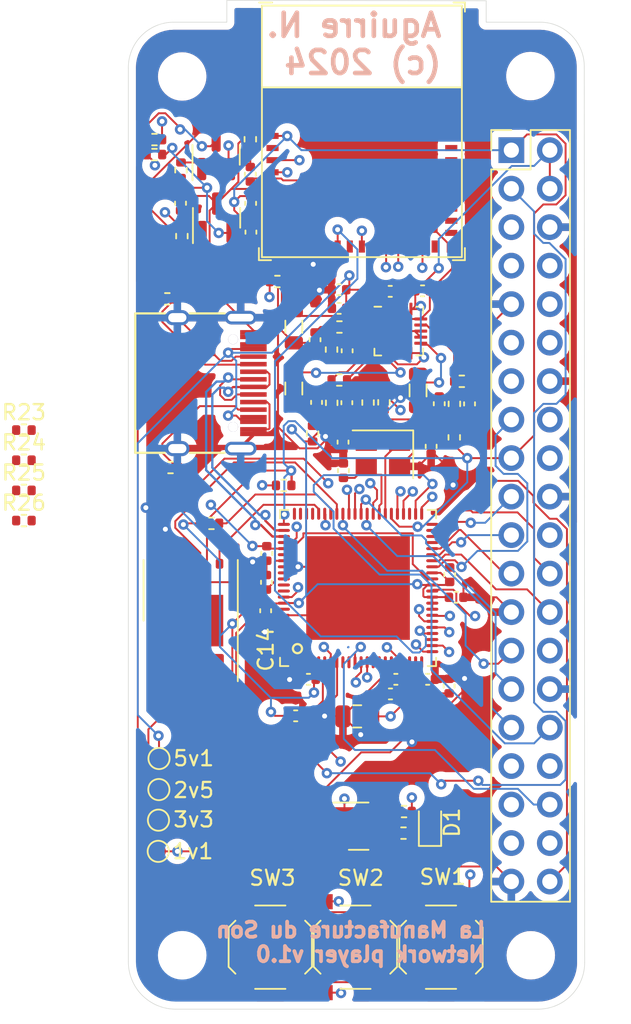
<source format=kicad_pcb>
(kicad_pcb (version 20221018) (generator pcbnew)
  (layers (0 "F.Cu" signal "Front") (1 "In1.Cu" signal) (2 "In2.Cu" signal) (31 "B.Cu" signal "Back") (34 "B.Paste" user) (35 "F.Paste" user) (36 "B.SilkS" user "B.Silkscreen") (37 "F.SilkS" user "F.Silkscreen") (38 "B.Mask" user) (39 "F.Mask" user) (44 "Edge.Cuts" user))
  (net 0 "")
  (net 1 "+5V")
  (net 2 "GND")
  (net 3 "+3V3")
  (net 4 "Net-(U6-FB1)")
  (net 5 "+2V5")
  (net 6 "Net-(U6-FB2)")
  (net 7 "+1V1")
  (net 8 "Net-(U6-FB3)")
  (net 9 "Net-(U1A-HOSCO)")
  (net 10 "Net-(U1A-HOSCI)")
  (net 11 "/UART_TX")
  (net 12 "/UART_RX")
  (net 13 "Net-(U6-LX1)")
  (net 14 "Net-(U6-LX2)")
  (net 15 "Net-(U6-LX3)")
  (net 16 "Net-(U1B-SVREF)")
  (net 17 "Net-(U1A-~{RESET})")
  (net 18 "Net-(U1A-PC1{slash}SPI0_CS{slash}SDC1_CMD)")
  (net 19 "/ESP32_USB_D-")
  (net 20 "Net-(U1A-PC2{slash}SPI0_MISO{slash}SDC1_D0)")
  (net 21 "Net-(U1A-PC3{slash}SPI0_MOSI{slash}UART0_TX)")
  (net 22 "Net-(U1A-PC0{slash}SPI0_CLK{slash}SDC1_CLK)")
  (net 24 "/WIFI_SPI_MISO")
  (net 25 "/WIFI_HANDSHAKE")
  (net 27 "/CHIP_PU")
  (net 33 "/WIFI_SPI_CS")
  (net 35 "/WIFI_DATA_RDY")
  (net 36 "/WIFI_SPI_CLK")
  (net 37 "/WIFI_SPI_MOSI")
  (net 38 "/RTS")
  (net 43 "Net-(Q1-B)")
  (net 48 "/I2S_MCLK")
  (net 49 "/I2S_BCLK")
  (net 50 "/I2S_DOUT")
  (net 51 "/I2S_LRCK")
  (net 52 "/ESP32_TX")
  (net 53 "/ESP32_RX")
  (net 54 "/ESP32_USB_D+")
  (net 56 "/DTR")
  (net 57 "/GPIO_9")
  (net 58 "/I2S_DIN")
  (net 59 "/GPIO_8")
  (net 60 "Net-(J4-CC1)")
  (net 61 "Net-(J4-CC2)")
  (net 68 "/SPDIF")
  (net 70 "/LED")
  (net 71 "/ESP32_TXD")
  (net 72 "/USB_DN")
  (net 90 "/USB_DP")
  (net 93 "/ESP32_RXD")
  (net 95 "Net-(Q2-B)")
  (net 96 "Net-(Q1-C)")
  (net 97 "Net-(Q2-E)")
  (net 98 "Net-(Q3-C)")
  (net 99 "Net-(D1-K)")
  (net 100 "Net-(C5-Pad1)")
  (net 101 "Net-(C7-Pad1)")
  (net 102 "Net-(C10-Pad1)")
  (net 103 "/SDA")
  (net 104 "/SCL")
  (net 105 "/GPIO4")
  (net 106 "/GPIO17")
  (net 107 "/GPIO18")
  (net 108 "/SPI_MOSI")
  (net 109 "/SPI_MISO")
  (net 110 "/SPI_CLK")
  (net 111 "/SPI_CS")
  (net 112 "/GPIO7")
  (net 113 "/GPIO0")
  (net 114 "/GPIO1")
  (net 115 "/GPIO5")
  (net 116 "/GPIO6")
  (net 117 "/PWM1")
  (net 118 "/GPIO16")
  (footprint "MountingHole:MountingHole_2.7mm_M2.5" (layer "F.Cu") (at 132.0038 105.3338)
    (fp_text reference "H2" hide)
    (fp_text value "MountingHole")
  )
  (footprint "Resistor_SMD:R_0402_1005Metric" (layer "F.Cu") (at 126.95 71.16 -90)
    (fp_text reference "R20" hide)
    (fp_text value "0R")
  )
  (footprint "Capacitor_SMD:C_0402_1005Metric" (layer "F.Cu") (at 114.554 80.7238 90)
    (fp_text reference "C18" hide)
    (fp_text value "100nF")
  )
  (footprint "Resistor_SMD:R_0402_1005Metric" (layer "F.Cu") (at 115.275 60.875)
    (fp_text reference "R22" hide)
    (fp_text value "0R")
  )
  (footprint "Capacitor_SMD:C_0402_1005Metric" (layer "F.Cu") (at 125.195 87.125)
    (fp_text reference "C11" hide)
    (fp_text value "100nF")
  )
  (footprint "Package_TO_SOT_SMD:SOT-23" (layer "F.Cu") (at 120.64 96.815)
    (fp_text reference "Q3" hide)
    (fp_text value "MMBT3904")
  )
  (footprint "TestPoint:TestPoint_Pad_D1.0mm" (layer "F.Cu") (at 107.41 98.4758)
    (fp_text reference "1v1")
    (fp_text value "TP_1v1")
  )
  (footprint "Resistor_SMD:R_0402_1005Metric" (layer "F.Cu") (at 110.9218 76.835)
    (fp_text reference "R10" hide)
    (fp_text value "10k")
  )
  (footprint "Capacitor_SMD:C_0402_1005Metric" (layer "F.Cu") (at 113.4872 53.7978 -90)
    (fp_text reference "C34" hide)
    (fp_text value "100nF")
  )
  (footprint "Capacitor_SMD:C_0402_1005Metric" (layer "F.Cu") (at 116.4818 89.535)
    (fp_text reference "C16" hide)
    (fp_text value "2.2uF")
  )
  (footprint "Capacitor_SMD:C_0402_1005Metric" (layer "F.Cu") (at 127.96 68.95 90)
    (fp_text reference "C6" hide)
    (fp_text value "10uF")
  )
  (footprint "Package_TO_SOT_SMD:SOT-23" (layer "F.Cu") (at 111.26 56.6725 90)
    (fp_text reference "Q2" hide)
    (fp_text value "BC817")
  )
  (footprint "Resistor_SMD:R_0402_1005Metric" (layer "F.Cu") (at 98.54 74.66)
    (fp_text reference "R25")
    (fp_text value "0R")
  )
  (footprint "Resistor_SMD:R_0402_1005Metric" (layer "F.Cu") (at 117.6 70.915 -90)
    (fp_text reference "R21" hide)
    (fp_text value "0R")
  )
  (footprint "Capacitor_SMD:C_0402_1005Metric" (layer "F.Cu") (at 119.34 61.4175 180)
    (fp_text reference "C2" hide)
    (fp_text value "10uF")
  )
  (footprint "Capacitor_SMD:C_0805_2012Metric" (layer "F.Cu") (at 120.55 89.57 180)
    (fp_text reference "C38" hide)
    (fp_text value "22uF")
  )
  (footprint "Resistor_SMD:R_0402_1005Metric" (layer "F.Cu") (at 123.6 97.275)
    (fp_text reference "R18" hide)
    (fp_text value "330")
  )
  (footprint "Capacitor_SMD:C_0402_1005Metric" (layer "F.Cu") (at 114.575 78.82 -90)
    (fp_text reference "C12" hide)
    (fp_text value "100nF")
  )
  (footprint "TestPoint:TestPoint_Pad_D1.0mm" (layer "F.Cu") (at 107.45 94.4)
    (fp_text reference "2v5")
    (fp_text value "TP_2v5")
  )
  (footprint "Resistor_SMD:R_0402_1005Metric" (layer "F.Cu") (at 98.54 76.65)
    (fp_text reference "R26")
    (fp_text value "0R")
  )
  (footprint "Resistor_SMD:R_0402_1005Metric" (layer "F.Cu") (at 113.4872 51.4878 90)
    (fp_text reference "R13" hide)
    (fp_text value "10k")
  )
  (footprint "Package_SON:WSON-8-1EP_8x6mm_P1.27mm_EP3.4x4.3mm" (layer "F.Cu") (at 109.55 83.25 90)
    (fp_text reference "U3" hide)
    (fp_text value "W25N01GVZEIG" hide)
  )
  (footprint "Package_DFN_QFN:QFN-20-1EP_3x3mm_P0.4mm_EP1.65x1.65mm" (layer "F.Cu") (at 123.29 64.1475)
    (fp_text reference "U6" hide)
    (fp_text value "EA3036")
  )
  (footprint "Capacitor_SMD:C_0402_1005Metric" (layer "F.Cu") (at 126.65 80.22 90)
    (fp_text reference "C21" hide)
    (fp_text value "1uF")
  )
  (footprint "Inductor_SMD:L_0805_2012Metric" (layer "F.Cu") (at 124.56 68.06 -90)
    (fp_text reference "L1" hide)
    (fp_text value "2.2uH")
  )
  (footprint "Capacitor_SMD:C_0402_1005Metric" (layer "F.Cu") (at 117.86 68.8525 90)
    (fp_text reference "C7" hide)
    (fp_text value "100nF")
  )
  (footprint "Resistor_SMD:R_0402_1005Metric" (layer "F.Cu") (at 121.26 68.8625 90)
    (fp_text reference "R8" hide)
    (fp_text value "2k2")
  )
  (footprint "Resistor_SMD:R_0402_1005Metric" (layer "F.Cu") (at 119.36 67.3725)
    (fp_text reference "R4" hide)
    (fp_text value "15k")
  )
  (footprint "Capacitor_SMD:C_0402_1005Metric" (layer "F.Cu") (at 117.76 64.7175 90)
    (fp_text reference "C9" hide)
    (fp_text value "100nF")
  )
  (footprint "Resistor_SMD:R_0402_1005Metric" (layer "F.Cu") (at 118.86 68.8825 90)
    (fp_text reference "R3" hide)
    (fp_text value "47k")
  )
  (footprint "Resistor_SMD:R_0402_1005Metric" (layer "F.Cu") (at 127.45 67.46)
    (fp_text reference "R2" hide)
    (fp_text value "15k")
  )
  (footprint "Resistor_SMD:R_0402_1005Metric" (layer "F.Cu") (at 98.54 72.67)
    (fp_text reference "R24")
    (fp_text value "10k")
  )
  (footprint "Capacitor_SMD:C_0402_1005Metric" (layer "F.Cu") (at 125.96 68.94 90)
    (fp_text reference "C5" hide)
    (fp_text value "100nF")
  )
  (footprint "Package_TO_SOT_SMD:SOT-23" (layer "F.Cu") (at 111.23 52.52 90)
    (fp_text reference "Q1" hide)
    (fp_text value "BC817")
  )
  (footprint "Capacitor_SMD:C_0402_1005Metric" (layer "F.Cu") (at 124.8586 61.4921)
    (fp_text reference "C1" hide)
    (fp_text value "10uF")
  )
  (footprint "Inductor_SMD:L_0805_2012Metric" (layer "F.Cu") (at 116.36 67.935 -90)
    (fp_text reference "L2" hide)
    (fp_text value "2.2uH")
  )
  (footprint "Capacitor_SMD:C_0402_1005Metric" (layer "F.Cu") (at 114.5 82.6 -90)
    (fp_text reference "C14")
    (fp_text value "100nF")
  )
  (footprint "Crystal:Crystal_SMD_SeikoEpson_TSX3225-4Pin_3.2x2.5mm" (layer "F.Cu") (at 122.2424 72.2756 180)
    (fp_text reference "Y1" hide)
    (fp_text value "24MHz")
  )
  (footprint "Capacitor_SMD:C_0402_1005Metric" (layer "F.Cu") (at 119.35 62.6475 180)
    (fp_text reference "C4" hide)
    (fp_text value "10uF")
  )
  (footprint "Capacitor_SMD:C_0402_1005Metric" (layer "F.Cu") (at 117.325 87.125 180)
    (fp_text reference "C17" hide)
    (fp_text value "100nF")
  )
  (footprint "Resistor_SMD:R_0402_1005Metric" (layer "F.Cu") (at 115.69 74.33 180)
    (fp_text reference "R9" hide)
    (fp_text value "10k")
  )
  (footprint "MountingHole:MountingHole_2.7mm_M2.5" (layer "F.Cu") (at 108.9914 105.3338)
    (fp_text reference "H1" hide)
    (fp_text value "MountingHole")
  )
  (footprint "TestPoint:TestPoint_Pad_D1.0mm" (layer "F.Cu") (at 107.46 92.35)
    (fp_text reference "5v1")
    (fp_text value "TP_5v")
  )
  (footprint "Capacitor_SMD:C_0402_1005Metric" (layer "F.Cu") (at 122.74 88.09 180)
    (fp_text reference "C37" hide)
    (fp_text value "10uF")
  )
  (footprint "Capacitor_SMD:C_0402_1005Metric" (layer "F.Cu") (at 113.5072 55.7178 -90)
    (fp_text reference "C36" hide)
    (fp_text value "1uF")
  )
  (footprint "Resistor_SMD:R_0402_1005Metric" (layer "F.Cu") (at 107.16 51.51 180)
    (fp_text reference "R11" hide)
    (fp_text value "0R")
  )
  (footprint "Button_Switch_SMD:SW_Push_1P1T_XKB_TS-1187A" (layer "F.Cu") (at 120.425 104.8 90)
    (fp_text reference "SW2")
    (fp_text value "SW_Push")
  )
  (footprint "MountingHole:MountingHole_2.7mm_M2.5" (layer "F.Cu") (at 131.9784 47.3202)
    (fp_text reference "H4" hide)
    (fp_text value "MountingHole")
  )
  (footprint "Inductor_SMD:L_0805_2012Metric" (layer "F.Cu") (at 116.36 63.86 -90)
    (fp_text reference "L3" hide)
    (fp_text value "2.2uH")
  )
  (footprint "Package_DFN_QFN:QFN-88_EP_10x10_Pitch0.4mm" (layer "F.Cu") (at 120.6 81.1 90)
    (fp_text reference "U1" hide)
    (fp_text value "F1C100s")
  )
  (footprint "Button_Switch_SMD:SW_Push_1P1T_XKB_TS-1187A" (layer "F.Cu") (at 126.075 104.8 90)
    (fp_text reference "SW1")
    (fp_text value "SW_Push")
  )
  (footprint "Capacitor_SMD:C_0402_1005Metric" (layer "F.Cu") (at 119.86 68.8725 90)
    (fp_text reference "C8" hide)
    (fp_text value "10uF")
  )
  (footprint "Connector_PinHeader_2.54mm:PinHeader_2x20_P2.54mm_Vertical" (layer "F.Cu") (at 130.72 52.21)
    (fp_text reference "J1" hide)
    (fp_text value "Raspberry_Pi_2_3")
  )
  (footprint "Resistor_SMD:R_0402_1005Metric" (layer "F.Cu") (at 98.54 70.68)
    (fp_text reference "R23")
    (fp_text value "10k")
  )
  (footprint "Capacitor_SMD:C_0402_1005Metric" (layer "F.Cu") (at 125.425 71.75 -90)
    (fp_text reference "C20" hide)
    (fp_text value "100nF")
  )
  (footprint "Resistor_SMD:R_0402_1005Metric" (layer "F.Cu") (at 122.31 68.8475 90)
    (fp_text reference "R7" hide)
    (fp_text value "2k2")
  )
  (footprint "MountingHole:MountingHole_2.7mm_M2.5" (layer "F.Cu") (at 108.9914 47.3456)
    (fp_text reference "H3" hide)
    (fp_text value "MountingHole")
  )
  (footprint "Resistor_SMD:R_0402_1005Metric" (layer "F.Cu") (at 108.01 62.02 180)
    (fp_text reference "R16" hide)
    (fp_text value "10k")
  )
  (footprint "Button_Switch_SMD:SW_Push_1P1T_XKB_TS-1187A" (layer "F.Cu") (at 114.805 104.8 90)
    (fp_text reference "SW3")
    (fp_text value "SW_Push")
  )
  (footprint "Resistor_SMD:R_0402_1005Metric" (layer "F.Cu") (at 108.22 73.15 180)
    (fp_text reference "R17" hide)
    (fp_text value "10k")
  )
  (footprint "Resistor_SMD:R_0402_1005Metric" (layer "F.Cu") (at 108.97 57.88 -90)
    (fp_text reference "R14" hide)
    (fp_text value "10k")
  )
  (footprint "Resistor_SMD:R_0402_1005Metric" (layer "F.Cu") (at 119.37 63.8775)
    (fp_text reference "R6" hide)
    (fp_text value "15k")
  )
  (footprint "Capacitor_SMD:C_0402_1005Metric" (layer "F.Cu") (at 108.88 55.71 -90)
    (fp_text reference "C33" hide)
    (fp_text value "10uF")
  )
  (footprint "Resistor_SMD:R_0402_1005Metric" (layer "F.Cu") (at 107.16 52.5)
    (fp_text reference "R12" hide)
    (fp_text value "0R")
  )
  (footprint "Capacitor_SMD:C_0402_1005Metric" (layer "F.Cu") (at 119.88 65.4475 90)
    (fp_text reference "C10" hide)
    (fp_text value "10uF")
  )
  (footprint "Resistor_SMD:R_0402_1005Metric" (layer "F.Cu") (at 126.96 68.95 90)
    (fp_text reference "R1" hide)
    (fp_text value "68k")
  )
  (footprint "Connector_USB:USB_C_Receptacle_GT-USB-7010" (layer "F.Cu") (at 110.54 67.58 -90)
    (fp_text reference "J4" hide)
    (fp_text value "USB_C_Receptacle_USB2.0")
  )
  (footprint "Capacitor_SMD:C_0402_1005Metric" (layer "F.Cu") (at 119.6086 71.473 -90)
    (fp_text reference "C23" hide)
    (fp_text value "33pF")
  )
  (footprint "Capacitor_SMD:C_0402_1005Metric" (layer "F.Cu") (at 113.5272 57.6178 90)
    (fp_text reference "C35" hide)
    (fp_text value "1uF")
  )
  (footprint "Resistor_SMD:R_0402_1005Metric" (layer "F.Cu") (at 118.85 65.3675 90)
    (fp_text reference "R5" hide)
    (fp_text value "12k")
  )
  (footprint "Capacitor_SMD:C_0402_1005Metric" (layer "F.Cu") (at 122.725 61.525)
    (fp_text reference "C3" hide)
    (fp_text value "10uF")
  )
  (footprint "Resistor_SMD:R_0402_1005Metric" (layer "F.Cu") (at 123.635 95.85)
    (fp_text reference "R19" hide)
    (fp_text value "100k")
  )
  (footprint "LED_SMD:LED_0603_1608Metric" (layer "F.Cu") (at 125.35 96.635 90)
    (fp_text reference "D1")
    (fp_text value "LED")
  )
  (footprint "Resistor_SMD:R_0402_1005Metric" (layer "F.Cu") (at 108.91 53.53 90)
    (fp_text reference "R15" hide)
    (fp_text value "10k")
  )
  (footprint "espressif:ESP32-C3-MINI-1" (layer "F.Cu") (at 120.8538 50.968)
    (fp_text reference "U4" hide)
    (fp_text value "ESP32-C3-MINI-1")
  )
  (footprint "Capacitor_SMD:C_0402_1005Metric" (layer "F.Cu") (at 119.634 73.3552 90)
    (fp_text reference "C22" hide)
    (fp_text value "33pF")
  )
  (footprint "Capacitor_SMD:C_0402_1005Metric" (layer "F.Cu") (at 123.095 87.125 180)
    (fp_text reference "C19" hide)
    (fp_text value "100nF")
  )
  (footprint "TestPoint:TestPoint_Pad_D1.0mm" (layer "F.Cu") (at 107.425 96.4184)
    (fp_text reference "3v3")
    (fp_text value "TP_3v3")
  )
  (footprint "Capacitor_SMD:C_0402_1005Metric" (layer "F.Cu") (at 127.0788 81.7118)
    (fp_text reference "C15" hide)
    (fp_text value "1uF")
  )
  (footprint "Capacitor_SMD:C_0402_1005Metric" (layer "F.Cu") (at 126.61 87.57 90)
    (fp_text reference "C13" hide)
    (fp_text value "100nF")
  )
  (gr_arc (start 108.5596 108.8898) (mid 106.350457 107.974743) (end 105.4354 105.7656) (stroke (width 0.0381)) (layer "Edge.Cuts"))
  (gr_line (start 135.5344 46.6852) (end 135.5598 105.8164) (stroke (width 0.0381)) (layer "Edge.Cuts"))
  (gr_line (start 108.432494 43.764414) (end 111.9378 43.7642) (stroke (width 0.0381)) (layer "Edge.Cuts"))
  (gr_line (start 111.9378 42.325) (end 129.0574 42.3504) (stroke (width 0.0381)) (layer "Edge.Cuts"))
  (gr_line (start 132.4864 108.8898) (end 108.5596 108.8898) (stroke (width 0.0381)) (layer "Edge.Cuts"))
  (gr_line (start 105.4354 105.7656) (end 105.4354 73.3) (stroke (width 0.0381)) (layer "Edge.Cuts"))
  (gr_line (start 129.0574 43.7642) (end 132.6134 43.7642) (stroke (width 0.0381)) (layer "Edge.Cuts"))
  (gr_line (start 129.0574 42.3504) (end 129.0574 43.7642) (stroke (width 0.0381)) (layer "Edge.Cuts"))
  (gr_arc (start 135.5598 105.8164) (mid 134.659622 107.989622) (end 132.4864 108.8898) (stroke (width 0.0381)) (layer "Edge.Cuts"))
  (gr_line (start 105.4354 73.3) (end 105.4354 46.7868) (stroke (width 0.0381)) (layer "Edge.Cuts"))
  (gr_line (start 111.9378 43.7642) (end 111.9378 42.325) (stroke (width 0.0381)) (layer "Edge.Cuts"))
  (gr_arc (start 132.6134 43.7642) (mid 134.678859 44.619741) (end 135.5344 46.6852) (stroke (width 0.0381)) (layer "Edge.Cuts"))
  (gr_arc (start 105.4354 46.7868) (mid 106.304268 44.651197) (end 108.432494 43.764414) (stroke (width 0.0381)) (layer "Edge.Cuts"))
  (gr_text "La Manufacture du Son\nNetwork player v1.0" (at 129.13 105.86) (layer "B.SilkS") (effects (font (size 1 1) (thickness 0.25) bold) (justify left bottom mirror)))
  (gr_text "Aguirre N.\n(c) 2024" (at 126.27 47.32) (layer "B.SilkS") (effects (font (size 1.524 1.524) (thickness 0.3048) bold) (justify left bottom mirror)))
  (segment (start 119.963198 84.989402) (end 119.9388 85.0138) (width 0.127) (layer "B.Cu") (net 0))
  (segment (start 119.964593 84.989402) (end 119.963198 84.989402) (width 0.127) (layer "B.Cu") (net 0))
  (segment (start 119.9388 85.0138) (end 119.968142 85.0138) (width 0.127) (layer "B.Cu") (net 0))
  (segment (start 107.46 92.35) (end 107.46 90.885) (width 0.127) (layer "F.Cu") (net 1))
  (segment (start 113.69 65.33) (end 112.27 65.33) (width 0.127) (layer "F.Cu") (net 1))
  (segment (start 124.4329 61.4921) (end 125.925 60) (width 0.127) (layer "F.Cu") (net 1))
  (segment (start 122.245 61.525) (end 122.84 62.12) (width 0.127) (layer "F.Cu") (net 1))
  (segment (start 124.19 62.6975) (end 124.536364 62.6975) (width 0.127) (layer "F.Cu") (net 1))
  (segment (start 124.3786 62.5089) (end 124.3786 61.4921) (width 0.127) (layer "F.Cu") (net 1))
  (segment (start 124.4834 66.3416) (end 124.95 65.875) (width 0.127) (layer "F.Cu") (net 1))
  (segment (start 122.89 65.5975) (end 122.89 66.003408) (width 0.127) (layer "F.Cu") (net 1))
  (segment (start 112.56 69.725) (end 112.025 69.725) (width 0.127) (layer "F.Cu") (net 1))
  (segment (start 124.536364 62.6975) (end 124.741932 62.491932) (width 0.127) (layer "F.Cu") (net 1))
  (segment (start 124.19 62.6975) (end 124.3786 62.5089) (width 0.127) (layer "F.Cu") (net 1))
  (segment (start 133.26 52.21) (end 133.26 54.75) (width 0.127) (layer "F.Cu") (net 1))
  (segment (start 120.025 60.475) (end 120.025 61.2125) (width 0.127) (layer "F.Cu") (net 1))
  (segment (start 112.27 65.33) (end 112.025 65.575) (width 0.127) (layer "F.Cu") (net 1))
  (segment (start 119.82 61.4175) (end 122.1375 61.4175) (width 0.127) (layer "F.Cu") (net 1))
  (segment (start 122.245 61.525) (end 122.7455 61.0245) (width 0.127) (layer "F.Cu") (net 1))
  (segment (start 123.228192 66.3416) (end 124.4834 66.3416) (width 0.127) (layer "F.Cu") (net 1))
  (segment (start 122.7455 61.0245) (end 123.911 61.0245) (width 0.127) (layer "F.Cu") (net 1))
  (segment (start 112.965 70.13) (end 112.56 69.725) (width 0.127) (layer "F.Cu") (net 1))
  (segment (start 122.84 62.12) (end 122.84 62.6975) (width 0.127) (layer "F.Cu") (net 1))
  (segment (start 124.09 65.5975) (end 124.6725 65.5975) (width 0.127) (layer "F.Cu") (net 1))
  (segment (start 123.911 61.0245) (end 124.3786 61.4921) (width 0.127) (layer "F.Cu") (net 1))
  (segment (start 124.6725 65.5975) (end 124.95 65.875) (width 0.127) (layer "F.Cu") (net 1))
  (segment (start 107.46 90.885) (end 107.425 90.85) (width 0.127) (layer "F.Cu") (net 1))
  (segment (start 122.89 66.003408) (end 123.228192 66.3416) (width 0.127) (layer "F.Cu") (net 1))
  (segment (start 119.82 61.4175) (end 119.82 62.6375) (width 0.127) (layer "F.Cu") (net 1))
  (via (at 112.025 65.575) (size 0.6858) (drill 0.3302) (layers "F.Cu" "B.Cu") (net 1))
  (via (at 112.025 69.725) (size 0.6858) (drill 0.3302) (layers "F.Cu" "B.Cu") (net 1))
  (via (at 125.925 60) (size 0.6858) (drill 0.3302) (layers "F.Cu" "B.Cu") (net 1))
  (via (at 124.95 65.875) (size 0.6858) (drill 0.3302) (layers "F.Cu" "B.Cu") (net 1))
  (via (at 120.025 60.475) (size 0.6858) (drill 0.3302) (layers "F.Cu" "B.Cu") (net 1))
  (via (at 124.741932 62.491932) (size 0.6858) (drill 0.3302) (layers "F.Cu" "B.Cu") (net 1))
  (via (at 107.425 90.85) (size 0.6858) (drill 0.3302) (layers "F.Cu" "B.Cu") (net 1))
  (segment (start 114.925 65.575) (end 120.025 60.475) (width 0.127) (layer "B.Cu") (net 1))
  (segment (start 112.025 65.575) (end 114.925 65.575) (width 0.127) (layer "B.Cu") (net 1))
  (segment (start 112.560783 66.110783) (end 112.025 65.575) (width 0.127) (layer "B.Cu") (net 1))
  (segment (start 125.925 58.07351) (end 130.74801 53.2505) (width 0.127) (layer "B.Cu") (net 1))
  (segment (start 112.025 69.725) (end 112.560783 69.189217) (width 0.127) (layer "B.Cu") (net 1))
  (segment (start 112.560783 69.189217) (end 112.560783 66.110783) (width 0.127) (layer "B.Cu") (net 1))
  (segment (start 106.0566 71.5434) (end 112.025 65.575) (width 0.127) (layer "B.Cu") (net 1))
  (segment (start 106.0566 89.4816) (end 106.0566 71.5434) (width 0.127) (layer "B.Cu") (net 1))
  (segment (start 132.2195 53.2505) (end 133.26 52.21) (width 0.127) (layer "B.Cu") (net 1))
  (segment (start 130.74801 53.2505) (end 132.2195 53.2505) (width 0.127) (layer "B.Cu") (net 1))
  (segment (start 124.741932 65.666932) (end 124.95 65.875) (width 0.127) (layer "B.Cu") (net 1))
  (segment (start 124.741932 62.491932) (end 124.741932 65.666932) (width 0.127) (layer "B.Cu") (net 1))
  (segment (start 107.425 90.85) (end 106.0566 89.4816) (width 0.127) (layer "B.Cu") (net 1))
  (segment (start 125.925 60) (end 125.925 58.07351) (width 0.127) (layer "B.Cu") (net 1))
  (segment (start 113.5272 57.1378) (end 114.0574 57.668) (width 0.127) (layer "F.Cu") (net 2))
  (segment (start 107.900684 87.5155) (end 107.389316 87.5155) (width 0.127) (layer "F.Cu") (net 2))
  (segment (start 127.96 67.46) (end 127.96 68.47) (width 0.127) (layer "F.Cu") (net 2))
  (segment (start 119.374202 70.45) (end 123.975 70.45) (width 0.127) (layer "F.Cu") (net 2))
  (segment (start 117.3705 102.4905) (end 121.6095 102.4905) (width 0.127) (layer "F.Cu") (net 2))
  (segment (start 111.5184 66.1084) (end 108.67 63.26) (width 0.127) (layer "F.Cu") (net 2))
  (segment (start 123.975 70.45) (end 124.2329 70.7079) (width 0.127) (layer "F.Cu") (net 2))
  (segment (start 124.182298 91.2551) (end 124.158535 91.2551) (width 0.127) (layer "F.Cu") (net 2))
  (segment (start 116.68 101.8) (end 117.3705 102.4905) (width 0.127) (layer "F.Cu") (net 2))
  (segment (start 117.6538 58.568) (end 117.6538 56.868) (width 0.127) (layer "F.Cu") (net 2))
  (segment (start 112.72 71.9) (end 108.67 71.9) (width 0.127) (layer "F.Cu") (net 2))
  (segment (start 120.8538 51.693) (end 120.8538 53.668) (width 0.127) (layer "F.Cu") (net 2))
  (segment (start 129.7266 99.4766) (end 130.72 100.47) (width 0.127) (layer "F.Cu") (net 2))
  (segment (start 107.5 62.02) (end 108.0105 61.5095) (width 0.127) (layer "F.Cu") (net 2))
  (segment (start 108.2205 73.6605) (end 109.8645 73.6605) (width 0.127) (layer "F.Cu") (net 2))
  (segment (start 123.3 67.877) (end 124.493267 67.877) (width 0.127) (layer "F.Cu") (net 2))
  (segment (start 112.524342 65.83) (end 112.245942 66.1084) (width 0.127) (layer "F.Cu") (net 2))
  (segment (start 120.8538 53.668) (end 122.8288 53.668) (width 0.127) (layer "F.Cu") (net 2))
  (segment (start 119.6086 71.953) (end 119.1081 71.4525) (width 0.127) (layer "F.Cu") (net 2))
  (segment (start 124.2 107.8) (end 122.3 107.8) (width 0.127) (layer "F.Cu") (net 2))
  (segment (start 116.731658 71.8855) (end 115.3155 70.469342) (width 0.127) (layer "F.Cu") (net 2))
  (segment (start 120.775 90.745) (end 120.775 90.775) (width 0.127) (layer "F.Cu") (net 2))
  (segment (start 126.875 74.3) (end 126.875 73.497398) (width 0.127) (layer "F.Cu") (net 2))
  (segment (start 114.692 70.63) (end 114.7555 70.5665) (width 0.127) (layer "F.Cu") (net 2))
  (segment (start 121.6095 107.1095) (end 122.3 107.8) (width 0.127) (layer "F.Cu") (net 2))
  (segment (start 124.4878 73.0756) (end 124.8664 73.4542) (width 0.127) (layer "F.Cu") (net 2))
  (segment (start 124.2 101.8) (end 126.5234 99.4766) (width 0.127) (layer "F.Cu") (net 2))
  (segment (start 120.8538 51.693) (end 120.8538 48.768) (width 0.127) (layer "F.Cu") (net 2))
  (segment (start 121.7995 68.067673) (end 121.990173 67.877) (width 0.127) (layer "F.Cu") (net 2))
  (segment (start 119.88 63.8775) (end 119.88 64.9675) (width 0.127) (layer "F.Cu") (net 2))
  (segment (start 119.6 89.57) (end 122.045 87.125) (width 0.127) (layer "F.Cu") (net 2))
  (segment (start 124.74 64.5475) (end 124.34 64.1475) (width 0.127) (layer "F.Cu") (net 2))
  (segment (start 117.6538 56.868) (end 118.8788 55.643) (width 0.127) (layer "F.Cu") (net 2))
  (segment (start 121.84 65.0475) (end 121.84 64.5975) (width 0.127) (layer "F.Cu") (net 2))
  (segment (start 127.575 87.125) (end 127.63 87.07) (width 0.127) (layer "F.Cu") (net 2))
  (segment (start 126.875 73.497398) (end 124.2329 70.855298) (width 0.127) (layer "F.Cu") (net 2))
  (segment (start 115.7 79.7) (end 119.2 79.7) (width 0.127) (layer "F.Cu") (net 2))
  (segment (start 122.47366 69.974167) (end 122.340827 70.107) (width 0.127) (layer "F.Cu") (net 2))
  (segment (start 113.7146 79.3) (end 113.6396 79.375) (width 0.127) (layer "F.Cu") (net 2))
  (segment (start 116.68 107.8) (end 117.3705 107.1095) (width 0.127) (layer "F.Cu") (net 2))
  (segment (start 123.205 61.525) (end 123.69 62.01) (width 0.127) (layer "F.Cu") (net 2))
  (segment (start 118.7556 71.1) (end 119.6086 71.953) (width 0.127) (layer "F.Cu") (net 2))
  (segment (start 124.2329 70.855298) (end 124.2329 69.974167) (width 0.127) (layer "F.Cu") (net 2))
  (segment (start 118.45 71.1) (end 118.7556 71.1) (width 0.127) (layer "F.Cu") (net 2))
  (segment (start 114.554 80.2438) (end 114.554 79.321) (width 0.127) (layer "F.Cu") (net 2))
  (segment (start 106.9505 87.076684) (end 106.9505 78.1495) (width 0.127) (layer "F.Cu") (net 2))
  (segment (start 124.5794 73.0756) (end 123.3424 73.0756) (width 0.127) (layer "F.Cu") (net 2))
  (segment (start 122.3 101.8) (end 122.3 107.8) (width 0.127) (layer "F.Cu") (net 2))
  (segment (start 124.09 63.3475) (end 123.29 64.1475) (width 0.127) (layer "F.Cu") (net 2))
  (segment (start 114.5 83.08) (end 114.5 83.95) (width 0.127) (layer "F.Cu") (net 2))
  (segment (start 111.0995 61.5095) (end 112.85 63.26) (width 0.127) (layer "F.Cu") (net 2))
  (segment (start 125.3386 61.4921) (end 126.8038 60.0269) (width 0.127) (layer "F.Cu") (net 2))
  (segment (start 126.8038 58.618) (end 123.8288 55.643) (width 0.127) (layer "F.Cu") (net 2))
  (segment (start 124.34 64.1475) (end 123.29 64.1475) (width 0.127) (layer "F.Cu") (net 2))
  (segment (start 130.72 62.37) (end 127.96 65.13) (width 0.127) (layer "F.Cu") (net 2))
  (segment (start 111.455 87) (end 109.55 85.095) (width 0.127) (layer "F.Cu") (net 2))
  (segment (start 123.69 62.6975) (end 123.69 63.7475) (width 0.127) (layer "F.Cu") (net 2))
  (segment (start 116.68 107.8) (end 116.68 101.8) (width 0.127) (layer "F.Cu") (net 2))
  (segment (start 127.63 87.807398) (end 124.182298 91.2551) (width 0.127) (layer "F.Cu") (net 2))
  (segment (start 114.5 83.95) (end 114.45 84) (width 0.127) (layer "F.Cu") (net 2))
  (segment (start 124.74 63.3475) (end 124.09 63.3475) (width 0.127) (layer "F.Cu") (net 2))
  (segment (start 119.6 89.57) (end 120.775 90.745) (width 0.127) (layer "F.Cu") (net 2))
  (segment (start 114.0574 57.668) (end 114.9538 57.668) (width 0.127) (layer "F.Cu") (net 2))
  (segment (start 113.69 70.63) (end 114.692 70.63) (width 0.127) (layer "F.Cu") (net 2))
  (segment (start 126.5234 99.4766) (end 129.7266 99.4766) (width 0.127) (layer "F.Cu") (net 2))
  (segment (start 119.698327 70.107) (end 117.919827 71.8855) (width 0.127) (layer "F.Cu") (net 2))
  (segment (start 118.86 61.4175) (end 118.0824 61.4175) (width 0.127) (layer "F.Cu") (net 2))
  (segment (start 121.26 68.3525) (end 121.6725 68.3525) (width 0.127) (layer "F.Cu") (net 2))
  (segment (start 119.86 68.3925) (end 119.86 67.3825) (width 0.127) (layer "F.Cu") (net 2))
  (segment (start 122.340827 70.107) (end 119.698327 70.107) (width 0.127) (layer "F.Cu") (net 2))
  (segment (start 123.3 67.877) (end 123.3 68.4505) (width 0.127) (layer "F.Cu") (net 2))
  (segment (start 126.61 87.09) (end 125.71 87.09) (width 0.127) (layer "F.Cu") (net 2))
  (segment (start 129.7418 81.7118) (end 130.72 82.69) (width 0.127) (layer "F.Cu") (net 2))
  (segment (start 121.990173 67.877) (end 123.3 67.877) (width 0.127) (layer "F.Cu") (net 2))
  (segment (start 114.7555 70.5665) (end 114.7555 68.9895) (width 0.127) (layer "F.Cu") (net 2))
  (segment (start 125.3386 62.7489) (end 125.3386 61.4921) (width 0.127) (layer "F.Cu") (net 2))
  (segment (start 114.7555 68.9895) (end 114.596 68.83) (width 0.127) (layer "F.Cu") (net 2))
  (segment (start 127.63 87.07) (end 127.63 87.807398) (width 0.127) (layer "F.Cu") (net 2))
  (segment (start 118.8788 53.668) (end 118.8788 51.693) (width 0.127) (layer "F.Cu") (net 2))
  (segment (start 122.615 87.735) (end 122.26 88.09) (width 0.127) (layer "F.Cu") (net 2))
  (segment (start 121.309092 63.3475) (end 121.84 63.3475) (width 0.127) (layer "F.Cu") (net 2))
  (segment (start 121.84 64.5975) (end 122.84 64.5975) (width 0.127) (layer "F.Cu") (net 2))
  (segment (start 125.565767 68.9495) (end 127.4805 68.9495) (width 0.127) (layer "F.Cu") (net 2))
  (segment (start 120.8538 53.668) (end 120.8538 55.643) (width 0.127) (layer "F.Cu") (net 2))
  (segment (start 114.45 85.51) (end 114.45 84) (width 0.127) (layer "F.Cu") (net 2))
  (segment (start 119.7025 97.765) (end 116.68 100.7875) (width 0.127) (layer "F.Cu") (net 2))
  (segment (start 126.61 87.09) (end 127.61 87.09) (width 0.127) (layer "F.Cu") (net 2))
  (segment (start 123.3424 73.0756) (end 124.4878 73.0756) (width 0.127) (layer "F.Cu") (net 2))
  (segment (start 112.432 48.718) (end 114.9038 48.718) (width 0.127) (layer "F.Cu") (net 2))
  (segment (start 108.62129 57.8305) (end 106.84 56.04921) (width 0.127) (layer "F.Cu") (net 2))
  (segment (start 119.86 68.3925) (end 121.22 68.3925) (width 0.127) (layer "F.Cu") (net 2))
  (segment (start 127.61 87.09) (end 127.63 87.07) (width 0.127) (layer "F.Cu") (net 2))
  (segment (start 113.5272 56.2072) (end 113.5272 57.1378) (width 0.127) (layer "F.Cu") (net 2))
  (segment (start 116.095 87.125) (end 116.08 87.14) (width 0.127) (layer "F.Cu") (net 2))
  (segment (start 116.08 87.14) (end 114.45 85.51) (width 0.127) (layer "F.Cu") (net 2))
  (segment (start 108.0855 87.330684) (end 107.900684 87.5155) (width 0.127) (layer "F.Cu") (net 2))
  (segment (start 115.5275 54.0775) (end 115.6534 54.2034) (width 0.127) (layer "F.Cu") (net 2))
  (segment (start 113.69 71.06) (end 112.85 71.9) (width 0.127) (layer "F.Cu") (net 2))
  (segment (start 114.9038 48.718) (end 114.9038 50.418) (width 0.127) (layer "F.Cu") (net 2))
  (segment (start 121.7995 68.2255) (end 121.7995 68.067673) (width 0.127) (layer "F.Cu") (net 2))
  (segment (start 118.8788 55.643) (end 118.8788 53.668) (width 0.127) (layer "F.Cu") (net 2))
  (segment (start 122.8288 51.693) (end 120.8538 51.693) (width 0.127) (layer "F.Cu") (net 2))
  (segment (start 113.69 70.93) (end 112.72 71.9) (width 0.127) (layer "F.Cu") (net 2))
  (segment (start 108.88 56.19) (end 109.4805 56.7905) (width 0.127) (layer "F.Cu") (net 2))
  (segment (start 120.779092 63.8775) (end 121.309092 63.3475) (width 0.127) (layer "F.Cu") (net 2))
  (segment (start 113.69 64.1) (end 112.85 63.26) (width 0.127) (layer "F.Cu") (net 2))
  (segment (start 109.289827 57.8305) (end 108.62129 57.8305) (width 0.127) (layer "F.Cu") (net 2))
  (segment (start 115.6534 54.2034) (end 118.3434 54.2034) (width 0.127) (layer "F.Cu") (net 2))
  (segment (start 118.39 89.55) (end 119.58 89.55) (width 0.127) (layer "F.Cu") (net 2))
  (segment (start 106.84 54.31) (end 112.432 48.718) (width 0.127) (layer "F.Cu") (net 2))
  (segment (start 112.245942 66.1084) (end 111.5184 66.1084) (width 0.127) (layer "F.Cu") (net 2))
  (segment (start 124.2329 70.7079) (end 124.2329 72.1851) (width 0.127) (layer "F.Cu") (net 2))
  (segment (start 109.4805 56.7905) (end 109.4805 57.639827) (width 0.127) (layer "F.Cu") (net 2))
  (segment (start 117.64 59.74) (end 117.64 58.5818) (width 0.127) (layer "F.Cu") (net 2))
  (segment (start 119.1081 71.4525) (end 119.1081 70.716102) (width 0.127) (layer "F.Cu") (net 2))
  (segment (start 109.8645 73.6605) (end 111.625 71.9) (width 0.127) (layer "F.Cu") (net 2))
  (segment (start 117.919827 71.8855) (end 116.731658 71.8855) (width 0.127) (layer "F.Cu") (net 2))
  (segment (start 121.84 64.5975) (end 121.84 65.4025) (width 0.127) (layer "F.Cu") (net 2))
  (segment (start 127.4805 68.9495) (end 127.96 68.47) (width 0.127) (layer "F.Cu") (net 2))
  (segment (start 121.6725 68.3525) (end 121.7995 68.2255) (width 0.127) (layer "F.Cu") (net 2))
  (segment (start 118.87 62.6475) (end 118.87 61.4275) (width 0.127) (layer "F.Cu") (net 2))
  (segment (start 113.69 64.53) (end 113.69 64.1) (width 0.127) (layer "F.Cu") (net 2))
  (segment (start 125.675 87.125) (end 127.575 87.125) (width 0.127) (layer "F.Cu") (net 2))
  (segment (start 114.9538 57.668) (end 114.9538 58.568) (width 0.127) (layer "F.Cu") (net 2))
  (segment (start 114.575 79.3) (end 113.7146 79.3) (width 0.127) (layer "F.Cu") (net 2))
  (segment (start 124.2 101.8) (end 124.2 107.8) (width 0.127) (layer "F.Cu") (net 2))
  (segment (start 123.69 62.01) (end 123.69 62.6975) (width 0.127) (layer "F.Cu") (net 2))
  (segment (start 122.615 87.125) (end 122.045 87.125) (width 0.127) (layer "F.Cu") (net 2))
  (segment (start 127.5588 81.7118) (end 129.7418 81.7118) (width 0.127) (layer "F.Cu") (net 2))
  (segment (start 121.6095 102.4905) (end 122.3 101.8) (width 0.127) (layer "F.Cu") (net 2))
  (segment (start 125.425 72.23) (end 124.5794 73.0756) (width 0.127) (layer "F.Cu") (net 2))
  (segment (start 107.71 73.15) (end 108.2205 73.6605) (width 0.127) (layer "F.Cu") (net 2))
  (segment (start 124.2329 72.1851) (end 123.3424 73.0756) (width 0.127) (layer "F.Cu") (net 2))
  (segment (start 113.69 70.93) (end 113.69 71.06) (width 0.127) (layer "F.Cu") (net 2))
  (segment (start 116.139673 59.74) (end 117.64 59.74) (width 0.127) (layer "F.Cu") (net 2))
  (segment (start 118.8 82.9) (end 115.7 82.9) (width 0.127) (layer "F.Cu") (net 2))
  (segment (start 123.3 68.4505) (end 123.3995 68.55) (width 0.127) (layer "F.Cu") (net 2))
  (segment (start 124.74 63.3475) (end 125.3386 62.7489) (width 0.127) (layer "F.Cu") (net 2))
  (segment (start 116.845 87.125) (end 116.095 87.125) (width 0.127) (layer "F.Cu") (net 2))
  (segment (start 119.88 63.8775) (end 120.779092 63.8775) (width 0.127) (layer "F.Cu") (net 2))
  (segment (start 124.2329 69.974167) (end 122.47366 69.974167) (width 0.127) (layer "F.Cu") (net 2))
  (segment (start 106.84 56.04921) (end 106.84 54.31) (width 0.127) (layer "F.Cu") (net 2))
  (segment (start 121.84 63.3475) (end 122.49 63.3475) (width 0.127) (layer "F.Cu") (net 2))
  (segment (start 113.6875 54.0775) (end 115.5275 54.0775) (width 0.127) (layer "F.Cu") (net 2))
  (segment (start 118.0824 61.4175) (end 118.05 61.4499) (width 0.127) (layer "F.Cu") (net 2))
  (segment (start 121.84 65.4025) (end 119.87 67.3725) (width 0.127) (layer "F.Cu") (net 2))
  (segment (start 111.625 71.9) (end 112.85 71.9) (width 0.127) (layer "F.Cu") (net 2))
  (segment (start 120.8538 55.643) (end 118.8788 55.643) (width 0.127) (layer "F.Cu") (net 2))
  (segment (start 108.0855 84.7145) (end 108.0855 87.330684) (width 0.127) (layer "F.Cu") (net 2))
  (segment (start 116.68 100.7875) (end 116.68 101.8) (width 0.127) (layer "F.Cu") (net 2))
  (segment (start 117.64 59.74) (end 116.0258 59.74) (width 0.127) (layer "F.Cu") (net 2))
  (segment (start 109.4805 57.639827) (end 109.289827 57.8305) (width 0.127) (layer "F.Cu") (net 2))
  (segment (start 122.3 101.8) (end 124.2 101.8) (width 0.127) (layer "F.Cu") (net 2))
  (segment (start 127.5588 80.6488) (end 127.5588 81.7118) (width 0.127) (layer "F.Cu") (net 2))
  (segment (start 122.8288 55.643) (end 122.8288 53.668) (width 0.127) (layer "F.Cu") (net 2))
  (segment (start 127.96 65.13) (end 127.96 67.46) (width 0.127) (layer "F.Cu") (net 2))
  (segment (start 119.6086 71.953) (end 119.6086 72.8498) (width 0.127) (layer "F.Cu") (net 2))
  (segment (start 114.9038 48.718) (end 126.8038 48.718) (width 0.127) (layer "F.Cu") (net 2))
  (segment (start 117.3705 107.1095) (end 121.6095 107.1095) (width 0.127) (layer "F.Cu") (net 2))
  (segment (start 122.49 63.3475) (end 123.29 64.1475) (width 0.127) (layer "F.Cu") (net 2))
  (segment (start 115.7 82.9) (end 114.68 82.9) (width 0.127) (layer "F.Cu") (net 2))
  (segment (start 109.55 85.095) (end 109.55 83.25) (width 0.127) (layer "F.Cu") (net 2))
  (segment (start 114.596 68.83) (end 113.69 68.83) (width 0.127) (layer "F.Cu") (net 2))
  (segment (start 126.8038 60.0269) (end 126.8038 58.618) (width 0.127) (layer "F.Cu") (net 2))
  (segment (start 124.493267 67.877) (end 125.565767 68.9495) (width 0.127) (layer "F.Cu") (net 2))
  (segment (start 115.3155 60.564173) (end 116.139673 59.74) (width 0.127) (layer "F.Cu") (net 2))
  (segment (start 106.9505 78.1495) (end 107.88 77.22) (width 0.127) (layer "F.Cu") (net 2))
  (segment (start 126.65 79.74) (end 127.5588 80.6488) (width 0.127) (layer "F.Cu") (net 2))
  (segment (start 123.8288 55.643) (end 122.8288 55.643) (width 0.127) (layer "F.Cu") (net 2))
  (segment (start 113.69 65.83) (end 112.524342 65.83) (width 0.127) (layer "F.Cu") (net 2))
  (segment (start 122.615 87.125) (end 122.615 87.735) (width 0.127) (layer "F.Cu") (net 2))
  (segment (start 119.1081 70.716102) (end 119.374202 70.45) (width 0.127) (layer "F.Cu") (net 2))
  (segment (start 115.3155 70.469342) (end 115.3155 60.564173) (width 0.127) (layer "F.Cu") (net 2))
  (segment (start 108.0105 61.5095) (end 111.0995 61.5095) (width 0.127) (layer "F.Cu") (net 2))
  (segment (start 122.8288 51.693) (end 122.8288 53.668) (width 0.127) (layer "F.Cu") (net 2))
  (segment (start 116.0258 59.74) (end 114.9038 58.618) (width 0.127) (layer "F.Cu") (net 2))
  (segment (start 107.389316 87.5155) (end 106.9505 87.076684) (width 0.127) (layer "F.Cu") (net 2))
  (via (at 126.875 74.3) (size 0.6858) (drill 0.3302) (layers "F.Cu" "B.Cu") (net 2))
  (via (at 116.08 87.14) (size 0.6858) (drill 0.3302) (layers "F.Cu" "B.Cu") (net 2))
  (via (at 118.45 71.1) (size 0.6858) (drill 0.3302) (layers "F.Cu" "B.Cu") (net 2))
  (via (at 113.6396 79.375) (size 0.6858) (drill 0.3302) (layers "F.Cu" "B.Cu") (net 2))
  (via (at 107.88 77.22) (size 0.6858) (drill 0.3302) (layers "F.Cu" "B.Cu") (net 2))
  (via (at 124.158535 91.2551) (size 0.6858) (drill 0.3302) (layers "F.Cu" "B.Cu") (net 2))
  (via (at 118.39 89.55) (size 0.6858) (drill 0.3302) (layers "F.Cu" "B.Cu") (net 2))
  (via (at 114.45 84) (size 0.6858) (drill 0.3302) (layers "F.Cu" "B.Cu") (net 2))
  (via (at 116.6368 79.7) (size 0.6858) (drill 0.3302) (layers "F.Cu" "B.Cu") (net 2))
  (via (at 123.3995 68.55) (size 0.6858) (drill 0.3302) (layers "F.Cu" "B.Cu") (net 2))
  (via (at 106.59 75.8) (size 0.6858) (drill 0.3302) (layers "F.Cu" "B.Cu") (net 2))
  (via (at 117.64 59.74) (size 0.6858) (drill 0.3302) (layers "F.Cu" "B.Cu") (net 2))
  (via (at 120.775 90.775) (size 0.6858) (drill 0.3302) (layers "F.Cu" "B.Cu") (net 2))
  (via (at 127.63 87.07) (size 0.6858) (drill 0.3302) (layers "F.Cu" "B.Cu") (net 2))
  (via (at 118.05 61.4499) (size 0.6858) (drill 0.3302) (layers "F.Cu" "B.Cu") (net 2))
  (segment (start 114.45 81.539258) (end 108.710742 75.8) (width 0.127) (layer "B.Cu") (net 2))
  (segment (start 123.678435 90.775) (end 120.775 90.775) (width 0.127) (layer "B.Cu") (net 2))
  (segment (start 108.710742 75.8) (end 106.59 75.8) (width 0.127) (layer "B.Cu") (net 2))
  (segment (start 106.59 75.93) (end 106.59 75.8) (width 0.127) (layer "B.Cu") (net 2))
  (segment (start 118.05 61.4499) (end 118.05 60.15) (width 0.127) (layer "B.Cu") (net 2))
  (segment (start 124.158535 91.2551) (end 123.678435 90.775) (width 0.127) (layer "B.Cu") (net 2))
  (segment (start 114.45 80.1854) (end 114.45 84) (width 0.127) (layer "B.Cu") (net 2))
  (segment (start 118.05 60.15) (end 117.64 59.74) (width 0.127) (layer "B.Cu") (net 2))
  (segment (start 120.8495 71.1) (end 118.45 71.1) (width 0.127) (layer "B.Cu") (net 2))
  (segment (start 113.6396 79.375) (end 114.45 80.1854) (width 0.127) (layer "B.Cu") (net 2))
  (segment (start 114.45 84) (end 114.45 81.539258) (width 0.127) (layer "B.Cu") (net 2))
  (segment (start 123.3995 68.55) (end 120.8495 71.1) (width 0.127) (layer "B.Cu") (net 2))
  (segment (start 107.88 77.22) (end 106.7 76.04) (width 0.127) (layer "B.Cu") (net 2))
  (segment (start 106.7 76.04) (end 106.59 75.93) (width 0.127) (layer "B.Cu") (net 2))
  (segment (start 122.8 76.527) (end 123.326917 77.053917) (width 0.127) (layer "F.Cu") (net 3))
  (segment (start 132.82901 55.7905) (end 132.2195 56.40001) (width 0.127) (layer "F.Cu") (net 3))
  (segment (start 112.3021 83.4557) (end 114.554 81.2038) (width 0.127) (layer "F.Cu") (net 3))
  (segment (start 113.5272 58.0978) (end 113.0267 57.5973) (width 0.127) (layer "F.Cu") (net 3))
  (segment (start 110.185 87) (end 110.7005 87.5155) (width 0.127) (layer "F.Cu") (net 3))
  (segment (start 125.444082 70.402282) (end 125.682282 70.402282) (width 0.127) (layer "F.Cu") (net 3))
  (segment (start 126.95 71.67) (end 127.81 72.53) (width 0.127) (layer "F.Cu") (net 3))
  (segment (start 133.69099 51.1695) (end 134.3005 51.77901) (width 0.127) (layer "F.Cu") (net 3))
  (segment (start 115.173 79.3) (end 115.7 79.3) (width 0.127) (layer "F.Cu") (net 3))
  (segment (start 130.72 52.21) (end 131.7605 51.1695) (width 0.127) (layer "F.Cu") (net 3))
  (segment (start 107.425 96.4184) (end 106.7595 95.7529) (width 0.127) (layer "F.Cu") (net 3))
  (segment (start 123.22 88.09) (end 123.22 87.48) (width 0.127) (layer "F.Cu") (net 3))
  (segment (start 125.425 70.421364) (end 125.444082 70.402282) (width 0.127) (layer "F.Cu") (net 3))
  (segment (start 112.425 56.175) (end 112.425 55.625) (width 0.127) (layer "F.Cu") (net 3))
  (segment (start 124.15 94.925) (end 124.15 95.845) (width 0.127) (layer "F.Cu") (net 3))
  (segment (start 114.9538 51.268) (end 114.217 51.268) (width 0.127) (layer "F.Cu") (net 3))
  (segment (start 124 86.7) (end 124 86) (width 0.127) (layer "F.Cu") (net 3))
  (segment (start 116.0018 89.535) (end 115.11 89.535) (width 0.127) (layer "F.Cu") (net 3))
  (segment (start 113.0267 57.5973) (end 113.0267 56.7767) (width 0.127) (layer "F.Cu") (net 3))
  (segment (start 132.2195 71.0305) (end 130.72 72.53) (width 0.127) (layer "F.Cu") (net 3))
  (segment (start 117.6 86) (end 117.6 86.92) (width 0.127) (layer "F.Cu") (net 3))
  (segment (start 123.22 87.48) (end 123.575 87.125) (width 0.127) (layer "F.Cu") (net 3))
  (segment (start 110.1293 80.7143) (end 114.0645 80.7143) (width 0.127) (layer "F.Cu") (net 3))
  (segment (start 127.81 72.53) (end 130.72 72.53) (width 0.127) (layer "F.Cu") (net 3))
  (segment (start 115.1095 79.3635) (end 115.173 79.3) (width 0.127) (layer "F.Cu") (net 3))
  (segment (start 116.225 73.35) (end 113.8968 73.35) (width 0.127) (layer "F.Cu") (net 3))
  (segment (start 116.2 74.33) (end 116.2 73.370068) (width 0.127) (layer "F.Cu") (net 3))
  (segment (start 124.0282 88.2904) (end 124.0282 87.5782) (width 0.127) (layer "F.Cu") (net 3))
  (segment (start 121.5 89.57) (end 122.7486 89.57) (width 0.127) (layer "F.Cu") (net 3))
  (segment (start 115.1095 80.6483) (end 115.1095 79.3635) (width 0.127) (layer "F.Cu") (net 3))
  (segment (start 118 86) (end 117.6 86) (width 0.127) (layer "F.Cu") (net 3))
  (segment (start 107.645 79.5) (end 108.915 79.5) (width 0.127) (layer "F.Cu") (net 3))
  (segment (start 113.0267 56.7767) (end 112.425 56.175) (width 0.127) (layer "F.Cu") (net 3))
  (segment (start 114.554 81.2038) (end 115.1095 80.6483) (width 0.127) (layer "F.Cu") (net 3))
  (segment (start 116.2 73.370068) (end 116.179932 73.35) (width 0.127) (layer "F.Cu") (net 3))
  (segment (start 114.217 51.268) (end 113.4872 51.9978) (width 0.127) (layer "F.Cu") (net 3))
  (segment (start 113.4872 53.3178) (end 113.4872 51.9978) (width 0.127) (layer "F.Cu") (net 3))
  (segment (start 115.7 76.275) (end 115.734198 76.240802) (width 0.127) (layer "F.Cu") (net 3))
  (segment (start 106.7595 95.7529) (end 106.7595 90.4255) (width 0.127) (layer "F.Cu") (net 3))
  (segment (start 112.3021 86.924084) (end 112.3021 83.4557) (width 0.127) (layer "F.Cu") (net 3))
  (segment (start 123.575 87.125) (end 124 86.7) (width 0.127) (layer "F.Cu") (net 3))
  (segment (start 116.225 73.35) (end 116.225 74.305) (width 0.127) (layer "F.Cu") (net 3))
  (segment (start 133.69099 55.7905) (end 132.82901 55.7905) (width 0.127) (layer "F.Cu") (net 3))
  (segment (start 123.4966 88.3666) (end 123.22 88.09) (width 0.127) (layer "F.Cu") (net 3))
  (segment (start 124.0282 88.3666) (end 124.0282 88.2904) (width 0.127) (layer "F.Cu") (net 3))
  (segment (start 111.710684 87.5155) (end 112.3021 86.924084) (width 0.127) (layer "F.Cu") (net 3))
  (segment (start 122.7486 89.57) (end 124.0282 88.2904) (width 0.127) (layer "F.Cu") (net 3))
  (segment (start 125.35 95.8475) (end 124.1475 95.8475) (width 0.127) (layer "F.Cu") (net 3))
  (segment (start 115.11 89.535) (end 114.85 89.275) (width 0.127) (layer "F.Cu") (net 3))
  (segment (start 134.3005 55.18099) (end 133.69099 55.7905) (width 0.127) (layer "F.Cu") (net 3))
  (segment (start 115.918 51.268) (end 115.925 51.275) (width 0.127) (layer "F.Cu") (net 3))
  (segment (start 106.7595 90.4255) (end 110.185 87) (width 0.127) (layer "F.Cu") (net 3))
  (segment (start 108.915 79.5) (end 110.1293 80.7143) (width 0.127) (layer "F.Cu") (net 3))
  (segment (start 131.7605 51.1695) (end 133.69099 51.1695) (width 0.127) (layer "F.Cu") (net 3))
  (segment (start 109.1438 76.835) (end 109.0676 76.9112) (width 0.127) (layer "F.Cu") (net 3))
  (segment (start 125.425 71.27) (end 125.425 70.421364) (width 0.127) (layer "F.Cu") (net 3))
  (segment (start 124.0282 88.3666) (end 123.4966 88.3666) (width 0.127) (layer "F.Cu") (net 3))
  (segment (start 125.682282 70.402282) (end 126.95 71.67) (width 0.127) (layer "F.Cu") (net 3))
  (segment (start 123.326917 77.053917) (end 124.531885 77.053917) (width 0.127) (layer "F.Cu") (net 3))
  (segment (start 117.691418 87.997782) (end 117.691418 87.238582) (width 0.127) (layer "F.Cu") (net 3))
  (segment (start 114.0645 80.7143) (end 114.554 81.2038) (width 0.127) (layer "F.Cu") (net 3))
  (segment (start 112.8122 55.2378) (end 112.425 55.625) (width 0.127) (layer "F.Cu") (net 3))
  (segment (start 114.9538 51.268) (end 115.918 51.268) (width 0.127) (layer "F.Cu") (net 3))
  (segment (start 132.2195 56.40001) (end 132.2195 71.0305) (width 0.127) (layer "F.Cu") (net 3))
  (segment (start 110.7005 87.5155) (end 111.710684 87.5155) (width 0.127) (layer "F.Cu") (net 3))
  (segment (start 118 86) (end 118 86.93) (width 0.127) (layer "F.Cu") (net 3))
  (segment (start 113.8968 73.35) (end 110.4118 76.835) (width 0.127) (layer "F.Cu") (net 3))
  (segment (start 124.0282 87.5782) (end 123.575 87.125) (width 0.127) (layer "F.Cu") (net 3))
  (segment (start 113.5072 55.2378) (end 112.8122 55.2378) (width 0.127) (layer "F.Cu") (net 3))
  (segment (start 115.7 76.9) (end 115.7 76.275) (width 0.127) (layer "F.Cu") (net 3))
  (segment (start 134.3005 51.77901) (end 134.3005 55.18099) (width 0.127) (layer "F.Cu") (net 3))
  (segment (start 110.4118 76.835) (end 109.1438 76.835) (width 0.127) (layer "F.Cu") (net 3))
  (via (at 115.925 51.275) (size 0.6858) (drill 0.3302) (layers "F.Cu" "B.Cu") (net 3))
  (via (at 112.425 55.625) (size 0.6858) (drill 0.3302) (layers "F.Cu" "B.Cu") (net 3))
  (via (at 117.691418 87.997782) (size 0.6858) (drill 0.3302) (layers "F.Cu" "B.Cu") (net 3))
  (via (at 124.531885 77.053917) (size 0.6858) (drill 0.3302) (layers "F.Cu" "B.Cu") (net 3))
  (via (at 112.3021 83.4557) (size 0.6858) (drill 0.3302) (layers "F.Cu" "B.Cu") (net 3))
  (via (at 127.81 72.53) (size 0.6858) (drill 0.3302) (layers "F.Cu" "B.Cu") (net 3))
  (via (at 109.0676 76.9112) (size 0.6858) (drill 0.3302) (layers "F.Cu" "B.Cu") (net 3))
  (via (at 114.85 89.275) (size 0.6858) (drill 0.3302) (layers "F.Cu" "B.Cu") (net 3))
  (via (at 122.7486 89.57) (size 0.6858) (drill 0.3302) (layers "F.Cu" "B.Cu") (net 3))
  (via (at 124.15 94.925) (size 0.6858) (drill 0.3302) (layers "F.Cu" "B.Cu") (net 3))
  (via (at 115.734198 76.240802) (size 0.6858) (drill 0.3302) (layers "F.Cu" "B.Cu") (net 3))
  (via (at 116.179932 73.35) (size 0.6858) (drill 0.3302) (layers "F.Cu" "B.Cu") (net 3))
  (segment (start 127.81 74.119342) (end 127.81 72.53) (width 0.127) (layer "B.Cu") (net 3))
  (segment (start 114.8334 88.3412) (end 117.348 88.3412) (width 0.127) (layer "B.Cu") (net 3))
  (segment (start 115.734198 76.240802) (end 115.734198 73.795734) (width 0.127) (layer "B.Cu") (net 3))
  (segment (start 111.4806 84.9884) (end 111.4806 79.3242) (width 0.127) (layer "B.Cu") (net 3))
  (segment (start 114.8334 88.3412) (end 111.4806 84.9884) (width 0.127) (layer "B.Cu") (net 3))
  (segment (start 127.81 72.53) (end 118.884842 72.53) (width 0.127) (layer "B.Cu") (net 3))
  (segment (start 124.531885 77.053917) (end 124.875425 77.053917) (width 0.127) (layer "B.Cu") (net 3))
  (segment (start 116.446442 70.0916) (end 116.004558 70.0916) (width 0.127) (layer "B.Cu") (net 3))
  (segment (start 115.6921 70.404058) (end 115.6921 72.862168) (width 0.127) (layer "B.Cu") (net 3))
  (segment (start 118.884842 72.53) (end 116.446442 70.0916) (width 0.127) (layer "B.Cu") (net 3))
  (segment (start 112.425 55.625) (end 112.425 54.775) (width 0.127) (layer "B.Cu") (net 3))
  (segment (start 116.004558 70.0916) (end 115.6921 70.404058) (width 0.127) (layer "B.Cu") (net 3))
  (segment (start 114.85 88.3578) (end 114.8334 88.3412) (width 0.127) (layer "B.Cu") (net 3))
  (segment (start 111.4806 84.2772) (end 112.3021 83.4557) (width 0.127) (layer "B.Cu") (net 3))
  (segment (start 111.4806 79.3242) (end 109.0676 76.9112) (width 0.127) (layer "B.Cu") (net 3))
  (segment (start 115.925 51.275) (end 116.86 52.21) (width 0.127) (layer "B.Cu") (net 3))
  (segment (start 114.85 89.275) (end 114.85 88.3578) (width 0.127) (layer "B.Cu") (net 3))
  (segment (start 115.6921 72.862168) (end 116.179932 73.35) (width 0.127) (layer "B.Cu") (net 3))
  (segment (start 117.348 88.3412) (end 117.691418 87.997782) (width 0.127) (layer "B.Cu") (net 3))
  (segment (start 115.734198 73.795734) (end 116.179932 73.35) (width 0.127) (layer "B.Cu") (net 3))
  (segment (start 116.86 52.21) (end 130.72 52.21) (width 0.127) (layer "B.Cu") (net 3))
  (segment (start 112.425 54.775) (end 115.925 51.275) (width 0.127) (layer "B.Cu") (net 3))
  (segment (start 111.4806 84.9884) (end 111.4806 84.2772) (width 0.127) (layer "B.Cu") (net 3))
  (segment (start 124.875425 77.053917) (end 127.81 74.119342) (width 0.127) (layer "B.Cu") (net 3))
  (segment (start 126.94 65.564704) (end 126.94 67.46) (width 0.127) (layer "F.Cu") (net 4))
  (segment (start 125.072796 63.6975) (end 126.94 65.564704) (width 0.127) (layer "F.Cu") (net 4))
  (segment (start 126.96 68.44) (end 126.96 67.48) (width 0.127) (layer "F.Cu") (net 4))
  (segment (start 126.96 68.44) (end 125.98 68.44) (width 0.127) (layer "F.Cu") (net 4))
  (segment (start 124.973 81.7) (end 125.5 81.7) (width 0.127) (layer "F.Cu") (net 5))
  (segment (start 118.942658 69.853) (end 121.8145 69.853) (width 0.127) (layer "F.Cu") (net 5))
  (segment (start 125.5 80.9) (end 124.5626 80.9) (width 0.127) (layer "F.Cu") (net 5))
  (segment (start 121.8145 69.853) (end 122.31 69.3575) (width 0.127) (layer "F.Cu") (net 5))
  (segment (start 117.6 71.425) (end 117.0255 71.425) (width 0.127) (layer "F.Cu") (net 5))
  (segment (start 126.05 80.1) (end 126.65 80.7) (width 0.127) (layer "F.Cu") (net 5))
  (segment (start 114.5 82.12) (end 115.68 82.12) (width 0.127) (layer "F.Cu") (net 5))
  (segment (start 107.45 94.4) (end 112.5561 89.2939) (width 0.127) (layer "F.Cu") (net 5))
  (segment (start 125.5 82.1) (end 125.5 82.5) (width 0.127) (layer "F.Cu") (net 5))
  (segment (start 116.6876 82.0928) (end 115.7072 82.0928) (width 0.127) (layer "F.Cu") (net 5))
  (segment (start 117.6 71.195658) (end 118.942658 69.853) (width 0.127) (layer "F.Cu") (net 5))
  (segment (start 117.6 71.425) (end 117.6 71.195658) (width 0.127) (layer "F.Cu") (net 5))
  (segment (start 112.5561 84.0639) (end 114.5 82.12) (width 0.127) (layer "F.Cu") (net 5))
  (segment (start 125.5 81.7) (end 125.5 82.1) (width 0.127) (layer "F.Cu") (net 5))
  (segment (start 124.5626 80.9) (end 124.5108 80.8482) (width 0.127) (layer "F.Cu") (net 5))
  (segment (start 125.5 80.1) (end 126.05 80.1) (width 0.127) (layer "F.Cu") (net 5))
  (segment (start 124.9095 81.179671) (end 124.9095 81.6365) (width 0.127) (layer "F.Cu") (net 5))
  (segment (start 112.5561 89.2939) (end 112.5561 84.0639) (width 0.127) (layer "F.Cu") (net 5))
  (segment (start 125.5 81.7) (end 126.587 81.7) (width 0.127) (layer "F.Cu") (net 5))
  (segment (start 125.189171 80.9) (end 124.9095 81.179671) (width 0.127) (layer "F.Cu") (net 5))
  (segment (start 126.45 80.9) (end 125.5 80.9) (width 0.127) (layer "F.Cu") (net 5))
  (segment (start 124.9095 81.6365) (end 124.973 81.7) (width 0.127) (layer "F.Cu") (net 5))
  (segment (start 117.0255 71.425) (end 116.2255 70.625) (width 0.127) (layer "F.Cu") (net 5))
  (via (at 124.5108 80.8482) (size 0.6858) (drill 0.3302) (layers "F.Cu" "B.Cu") (net 5))
  (via (at 116.2255 70.625) (size 0.6858) (drill 0.3302) (layers "F.Cu" "B.Cu") (net 5))
  (via (at 116.6876 82.0928) (size 0.6858) (drill 0.3302) (layers "F.Cu" "B.Cu") (net 5))
  (segment (start 116.2255 70.625) (end 117.1702 71.5697) (width 0.127) (layer "B.Cu") (net 5))
  (segment (start 117.1702 71.5697) (end 117.1702 81.6102) (width 0.127) (layer "B.Cu") (net 5))
  (segment (start 124.5108 80.8482) (end 117.9322 80.8482) (width 0.127) (layer "B.Cu") (net 5))
  (segment (start 117.9322 80.8482) (end 116.6876 82.0928) (width 0.127) (layer "B.Cu") (net 5))
  (segment (start 117.1702 81.6102) (end 116.6876 82.0928) (width 0.127) (layer "B.Cu") (net 5))
  (segment (start 118.86 68.3725) (end 117.86 68.3725) (width 0.127) (layer "F.Cu") (net 6))
  (segment (start 119.848 66.862) (end 121.2245 65.4855) (width 0.127) (layer "F.Cu") (net 6))
  (segment (start 119.3605 66.862) (end 119.848 66.862) (width 0.127) (layer "F.Cu") (net 6))
  (segment (start 118.85 67.3725) (end 118.85 68.3625) (width 0.127) (layer "F.Cu") (net 6))
  (segment (start 121.474882 64.1475) (end 121.84 64.1475) (width 0.127) (layer "F.Cu") (net 6))
  (segment (start 121.2245 65.4855) (end 121.2245 64.397882) (width 0.127) (layer "F.Cu") (net 6))
  (segment (start 118.85 67.3725) (end 119.3605 66.862) (width 0.127) (layer "F.Cu") (net 6))
  (segment (start 121.2245 64.397882) (end 121.474882 64.1475) (width 0.127) (layer "F.Cu") (net 6))
  (segment (start 124.715 86.085) (end 124.8 86) (width 0.127) (layer "F.Cu") (net 7))
  (segment (start 120.8095 91.944842) (end 122.715158 91.944842) (width 0.127) (layer "F.Cu") (net 7))
  (segment (start 107.41 98.4758) (end 108.675 98.4758) (width 0.127) (layer "F.Cu") (net 7))
  (segment (start 124.2105 77.4895) (end 116.9895 77.4895) (width 0.127) (layer "F.Cu") (net 7))
  (segment (start 125.189171 80.5) (end 124.2105 79.521329) (width 0.127) (layer "F.Cu") (net 7))
  (segment (start 122.715158 91.944842) (end 126.61 88.05) (width 0.127) (layer "F.Cu") (net 7))
  (segment (start 125.64 88.05) (end 126.61 88.05) (width 0.127) (layer "F.Cu") (net 7))
  (segment (start 116.9895 77.740329) (end 116.229829 78.5) (width 0.127) (layer "F.Cu") (net 7))
  (segment (start 114.575 78.34) (end 113.64 78.34) (width 0.127) (layer "F.Cu") (net 7))
  (segment (start 108.675 98.4758) (end 114.278542 98.4758) (width 0.127) (layer "F.Cu") (net 7))
  (segment (start 113.64 78.34) (end 113.625 78.325) (width 0.127) (layer "F.Cu") (net 7))
  (segment (start 114.278542 98.4758) (end 120.8095 91.944842) (width 0.127) (layer "F.Cu") (net 7))
  (segment (start 124.715 87.125) (end 124.715 86.085) (width 0.127) (layer "F.Cu") (net 7))
  (segment (start 114.735 78.5) (end 115.7 78.5) (width 0.127) (layer "F.Cu") (net 7))
  (segment (start 116.9895 77.4895) (end 116.9895 77.740329) (width 0.127) (layer "F.Cu") (net 7))
  (segment (start 114.765 61.885) (end 114.75 61.9) (width 0.127) (layer "F.Cu") (net 7))
  (segment (start 124.2105 79.521329) (end 124.2105 77.4895) (width 0.127) (layer "F.Cu") (net 7))
  (segment (start 124.715 87.125) (end 125.64 88.05) (width 0.127) (layer "F.Cu") (net 7))
  (segment (start 116.229829 78.5) (end 115.7 78.5) (width 0.127) (layer "F.Cu") (net 7))
  (segment (start 114.765 60.875) (end 114.765 61.885) (width 0.127) (layer "F.Cu") (net 7))
  (via (at 114.75 61.9) (size 0.6858) (drill 0.3302) (layers "F.Cu" "B.Cu") (net 7))
  (via (at 110.884082 75.609082) (size 0.6858) (drill 0.3302) (layers "F.Cu" "B.Cu") (net 7))
  (via (at 108.675 98.4758) (size 0.6858) (drill 0.3302) (layers "F.Cu" "B.Cu") (net 7))
  (via (at 113.625 78.325) (size 0.6858) (drill 0.3302) (layers "F.Cu" "B.Cu") (net 7))
  (segment (start 110.909082 75.609082) (end 110.884082 75.609082) (width 0.127) (layer "B.Cu") (net 7))
  (segment (start 113.625 78.325) (end 110.909082 75.609082) (width 0.127) (layer "B.Cu") (net 7))
  (segment (start 118.86 63.8775) (end 118.86 64.8475) (width 0.127) (layer "F.Cu") (net 8))
  (segment (start 118.85 64.8575) (end 118.23 64.2375) (width 0.127) (layer "F.Cu") (net 8))
  (segment (start 120.3805 64.690602) (end 120.3805 65.244398) (width 0.127) (layer "F.Cu") (net 8))
  (segment (start 118.12 63.8775) (end 117.76 64.2375) (width 0.127) (layer "F.Cu") (net 8))
  (segment (start 120.186898 65.438) (end 119.4305 65.438) (width 0.127) (layer "F.Cu") (net 8))
  (segment (start 120.3805 65.244398) (end 120.186898 65.438) (width 0.127) (layer "F.Cu") (net 8))
  (segment (start 119.4305 65.438) (end 118.85 64.8575) (width 0.127) (layer "F.Cu") (net 8))
  (segment (start 118.23 64.2375) (end 117.76 64.2375) (width 0.127) (layer "F.Cu") (net 8))
  (segment (start 121.84 63.7475) (end 121.323602 63.7475) (width 0.127) (layer "F.Cu") (net 8))
  (segment (start 121.323602 63.7475) (end 120.3805 64.690602) (width 0.127) (layer "F.Cu") (net 8))
  (segment (start 118.86 63.8775) (end 118.12 63.8775) (width 0.127) (layer "F.Cu") (net 8))
  (segment (start 121.6918 73.625) (end 121.1424 73.0756) (width 0.127) (layer "F.Cu") (net 9))
  (segment (start 122.146 75.525) (end 122.146 73.625) (width 0.127) (layer "F.Cu") (net 9))
  (segment (start 122 75.671) (end 122.146 75.525) (width 0.127) (layer "F.Cu") (net 9))
  (segment (start 119.634 73.8352) (end 120.3828 73.8352) (width 0.127) (layer "F.Cu") (net 9))
  (segment (start 122 76.2) (end 122 75.671) (width 0.127) (layer "F.Cu") (net 9))
  (segment (start 120.3828 73.8352) (end 121.1424 73.0756) (width 0.127) (layer "F.Cu") (net 9))
  (segment (start 122.146 73.625) (end 121.6918 73.625) (width 0.127) (layer "F.Cu") (net 9))
  (segment (start 122.5769 70.7101) (end 123.3424 71.4756) (width 0.127) (layer "F.Cu") (net 10))
  (segment (start 119.8915 70.7101) (end 122.5769 70.7101) (width 0.127) (layer "F.Cu") (net 10))
  (segment (start 122.4 72.418) (end 122.4 76.2) (width 0.127) (layer "F.Cu") (net 10))
  (segment (start 119.6086 70.993) (end 119.8915 70.7101) (width 0.127) (layer "F.Cu") (net 10))
  (segment (start 123.3424 71.4756) (end 122.4 72.418) (width 0.127) (layer "F.Cu") (net 10))
  (segment (start 123.6 76.2) (end 123.6 75.343352) (width 0.127) (layer "F.Cu") (net 11))
  (segment (start 123.6 75.343352) (end 124.212226 74.731126) (width 0.127) (layer "F.Cu") (net 11))
  (via (at 124.212226 74.731126) (size 0.6858) (drill 0.3302) (layers "F.Cu" "B.Cu") (net 11))
  (segment (start 123.2 76.2) (end 123.2 74.92) (width 0.127) (layer "F.Cu") (net 12))
  (segment (start 123.2 74.92) (end 123.4 74.72) (width 0.127) (layer "F.Cu") (net 12))
  (via (at 123.4 74.72) (size 0.6858) (drill 0.3302) (layers "F.Cu" "B.Cu") (net 12))
  (segment (start 125.9466 67.538747) (end 125.101247 67.538747) (width 0.127) (layer "F.Cu") (net 13))
  (segment (start 124.74 65.0475) (end 125.1975 65.0475) (width 0.127) (layer "F.Cu") (net 13))
  (segment (start 125.1975 65.0475) (end 126.075 65.925) (width 0.127) (layer "F.Cu") (net 13))
  (segment (start 125.101247 67.538747) (end 124.56 66.9975) (width 0.127) (layer "F.Cu") (net 13))
  (via (at 125.9466 67.538747) (size 0.6858) (drill 0.3302) (layers "F.Cu" "B.Cu") (net 13))
  (via (at 126.075 65.925) (size 0.6858) (drill 0.3302) (layers "F.Cu" "B.Cu") (net 13))
  (segment (start 126.075 67.410347) (end 125.9466 67.538747) (width 0.127) (layer "B.Cu") (net 13))
  (segment (start 126.075 65.925) (end 126.075 67.410347) (width 0.127) (layer "B.Cu") (net 13))
  (segment (start 123.3995 66.872118) (end 122.49 65.962618) (width 0.127) (layer "F.Cu") (net 14))
  (segment (start 122.49 65.962618) (end 122.49 65.5975) (width 0.127) (layer "F.Cu") (net 14))
  (segment (start 123.3995 66.875) (end 123.3995 66.872118) (width 0.127) (layer "F.Cu") (net 14))
  (segment (start 117.7975 66.8725) (end 117.825 66.9) (width 0.127) (layer "F.Cu") (net 14))
  (segment (start 116.36 66.8725) (end 117.7975 66.8725) (width 0.127) (layer "F.Cu") (net 14))
  (via (at 117.825 66.9) (size 0.6858) (drill 0.3302) (layers "F.Cu" "B.Cu") (net 14))
  (via (at 123.3995 66.875) (size 0.6858) (drill 0.3302) (layers "F.Cu" "B.Cu") (net 14))
  (segment (start 123.3745 66.9) (end 123.3995 66.875) (width 0.127) (layer "B.Cu") (net 14))
  (segment (start 117.825 66.9) (end 123.3745 66.9) (width 0.127) (layer "B.Cu") (net 14))
  (segment (start 121.149382 63.148) (end 121.599882 62.6975) (width 0.127) (layer "F.Cu") (net 15))
  (segment (start 116.7105 63.148) (end 121.149382 63.148) (width 0.127) (layer "F.Cu") (net 15))
  (segment (start 121.599882 62.6975) (end 122.39 62.6975) (width 0.127) (layer "F.Cu") (net 15))
  (segment (start 122.374697 68.3375) (end 123.3995 69.362303) (width 0.127) (layer "F.Cu") (net 16))
  (segment (start 126.8863 81.2113) (end 127.0883 81.4133) (width 0.127) (layer "F.Cu") (net 16))
  (segment (start 125.5887 81.2113) (end 126.8863 81.2113) (width 0.127) (layer "F.Cu") (net 16))
  (segment (start 122.295 68.3375) (end 121.26 69.3725) (width 0.127) (layer "F.Cu") (net 16))
  (segment (start 127.0883 81.4133) (end 127.0883 82.0383) (width 0.127) (layer "F.Cu") (net 16))
  (segment (start 128 82.95) (end 128.325 82.95) (width 0.127) (layer "F.Cu") (net 16))
  (segment (start 127.0883 82.0383) (end 128 82.95) (width 0.127) (layer "F.Cu") (net 16))
  (segment (start 125.5 81.3) (end 125.5887 81.2113) (width 0.127) (layer "F.Cu") (net 16))
  (via (at 123.3995 69.362303) (size 0.6858) (drill 0.3302) (layers "F.Cu" "B.Cu") (net 16))
  (via (at 128.325 82.95) (size 0.6858) (drill 0.3302) (layers "F.Cu" "B.Cu") (net 16))
  (segment (start 116.547852 77.055162) (end 116.547852 77.779148) (width 0.127) (layer "F.Cu") (net 17))
  (segment (start 127.95 100.07) (end 128.01 100.01) (width 0.127) (layer "F.Cu") (net 17))
  (segment (start 116.547852 77.779148) (end 116.227 78.1) (width 0.127) (layer "F.Cu") (net 17))
  (segment (start 115.18 74.33) (end 114.28 74.33) (width 0.127) (layer "F.Cu") (net 17))
  (segment (start 114.28 74.33) (end 114.27 74.32) (width 0.127) (layer "F.Cu") (net 17))
  (segment (start 127.95 101.8) (end 127.95 100.07) (width 0.127) (layer "F.Cu") (net 17))
  (segment (start 116.227 78.1) (end 115.7 78.1) (width 0.127) (layer "F.Cu") (net 17))
  (segment (start 127.95 101.8) (end 127.95 107.8) (width 0.127) (layer "F.Cu") (net 17))
  (via (at 114.27 74.32) (size 0.6858) (drill 0.3302) (layers "F.Cu" "B.Cu") (net 17))
  (via (at 116.547852 77.055162) (size 0.6858) (drill 0.3302) (layers "F.Cu" "B.Cu") (net 17))
  (via (at 128.01 100.01) (size 0.6858) (drill 0.3302) (layers "F.Cu" "B.Cu") (net 17))
  (segment (start 110.440684 80.0155) (end 110.6255 79.830684) (width 0.127) (layer "F.Cu") (net 18))
  (segment (start 107.2045 79.169316) (end 107.756316 78.6175) (width 0.127) (layer "F.Cu") (net 18))
  (segment (start 111.4318 76.835) (end 111.9124 76.835) (width 0.127) (layer "F.Cu") (net 18))
  (segment (start 109.929316 80.0155) (end 110.440684 80.0155) (width 0.127) (layer "F.Cu") (net 18))
  (segment (start 109.6493 79.735484) (end 109.929316 80.0155) (width 0.127) (layer "F.Cu") (net 18))
  (segment (start 107.2045 86.5595) (end 107.2045 79.169316) (width 0.127) (layer "F.Cu") (net 18))
  (segment (start 111.9124 76.835) (end 113.8174 74.93) (width 0.127) (layer "F.Cu") (net 18))
  (segment (start 113.8174 74.93) (end 117.857 74.93) (width 0.127) (layer "F.Cu") (net 18))
  (segment (start 107.645 87) (end 107.2045 86.5595) (width 0.127) (layer "F.Cu") (net 18))
  (segment (start 107.756316 78.6175) (end 109.6493 78.6175) (width 0.127) (layer "F.Cu") (net 18))
  (segment (start 117.857 74.93) (end 118.8 75.873) (width 0.127) (layer "F.Cu") (net 18))
  (segment (start 110.6255 77.6413) (end 111.4318 76.835) (width 0.127) (layer "F.Cu") (net 18))
  (segment (start 109.6493 78.6175) (end 109.6493 79.735484) (width 0.127) (layer "F.Cu") (net 18))
  (segment (start 110.6255 79.830684) (end 110.6255 77.6413) (width 0.127) (layer "F.Cu") (net 18))
  (segment (start 108.1455 87.7695) (end 107.284106 87.7695) (width 0.127) (layer "F.Cu") (net 20))
  (segment (start 106.6965 87.181894) (end 106.6965 77.649158) (width 0.127) (layer "F.Cu") (net 20))
  (segment (start 106.6965 77.649158) (end 111.783058 72.5626) (width 0.127) (layer "F.Cu") (net 20))
  (segment (start 118.45 76.25) (end 118.4 76.2) (width 0.127) (layer "F.Cu") (net 20))
  (segment (start 118.45 76.9566) (end 118.45 76.25) (width 0.127) (layer "F.Cu") (net 20))
  (segment (start 107.284106 87.7695) (end 106.6965 87.181894) (width 0.127) (layer "F.Cu") (net 20))
  (segment (start 108.915 87) (end 108.1455 87.7695) (width 0.127) (layer "F.Cu") (net 20))
  (segment (start 111.783058 72.5626) (end 117.008339 72.5626) (width 0.127) (layer "F.Cu") (net 20))
  (segment (start 117.008339 72.5626) (end 118.631365 74.185626) (width 0.127) (layer "F.Cu") (net 20))
  (via (at 118.631365 74.185626) (size 0.6858) (drill 0.3302) (layers "F.Cu" "B.Cu") (net 20))
  (via (at 118.45 76.9566) (size 0.6858) (drill 0.3302) (layers "F.Cu" "B.Cu") (net 20))
  (segment (start 111.455 78.506265) (end 114.351765 75.6095) (width 0.127) (layer "F.Cu") (net 21))
  (segment (start 114.351765 75.6095) (end 117.720329 75.6095) (width 0.127) (layer "F.Cu") (net 21))
  (segment (start 111.455 79.5) (end 111.455 78.506265) (width 0.127) (layer "F.Cu") (net 21))
  (segment (start 117.720329 75.6095) (end 118 75.889171) (width 0.127) (layer "F.Cu") (net 21))
  (segment (start 110.185 78.782942) (end 108.5342 77.132142) (width 0.127) (layer "F.Cu") (net 22))
  (segment (start 108.5342 77.132142) (end 108.5342 76.690258) (width 0.127) (layer "F.Cu") (net 22))
  (segment (start 119.2 75.570658) (end 119.2 76.2) (width 0.127) (layer "F.Cu") (net 22))
  (segment (start 116.445942 72.8166) (end 119.2 75.570658) (width 0.127) (layer "F.Cu") (net 22))
  (segment (start 112.407858 72.8166) (end 116.445942 72.8166) (width 0.127) (layer "F.Cu") (net 22))
  (segment (start 110.185 79.5) (end 110.185 78.782942) (width 0.127) (layer "F.Cu") (net 22))
  (segment (start 108.5342 76.690258) (end 112.407858 72.8166) (width 0.127) (layer "F.Cu") (net 22))
  (segment (start 125.54 82.94) (end 125.5 82.9) (width 0.127) (layer "F.Cu") (net 24))
  (segment (start 116.728 52.868) (end 116.73 52.87) (width 0.127) (layer "F.Cu") (net 24))
  (segment (start 126.66 82.94) (end 125.54 82.94) (width 0.127) (layer "F.Cu") (net 24))
  (segment (start 114.9538 52.868) (end 116.728 52.868) (width 0.127) (layer "F.Cu") (net 24))
  (via (at 126.66 82.94) (size 0.6858) (drill 0.3302) (layers "F.Cu" "B.Cu") (net 24))
  (via (at 116.73 52.87) (size 0.6858) (drill 0.3302) (layers "F.Cu" "B.Cu") (net 24))
  (segment (start 114.9538 53.668) (end 115.928 53.668) (width 0.127) (layer "F.Cu") (net 25))
  (segment (start 115.928 53.668) (end 115.93 53.67) (width 0.127) (layer "F.Cu") (net 25))
  (segment (start 126.61 85.32) (end 126.19 84.9) (width 0.127) (layer "F.Cu") (net 25))
  (segment (start 126.19 84.9) (end 125.5 84.9) (width 0.127) (layer "F.Cu") (net 25))
  (via (at 115.93 53.67) (size 0.6858) (drill 0.3302) (layers "F.Cu" "B.Cu") (net 25))
  (via (at 126.61 85.32) (size 0.6858) (drill 0.3302) (layers "F.Cu" "B.Cu") (net 25))
  (segment (start 111.26 55.735) (end 112.2277 54.7673) (width 0.127) (layer "F.Cu") (net 27))
  (segment (start 108.88 55.23) (end 110.755 55.23) (width 0.127) (layer "F.Cu") (net 27))
  (segment (start 112.93 101.8) (end 109.757685 101.8) (width 0.127) (layer "F.Cu") (net 27))
  (segment (start 112.2277 54.7673) (end 113.814098 54.7673) (width 0.127) (layer "F.Cu") (net 27))
  (segment (start 110.8005 56.1945) (end 111.26 55.735) (width 0.127) (layer "F.Cu") (net 27))
  (segment (start 109.757685 101.8) (end 106.0566 98.098915) (width 0.127) (layer "F.Cu") (net 27))
  (segment (start 114.314798 55.268) (end 114.9538 55.268) (width 0.127) (layer "F.Cu") (net 27))
  (segment (start 106.0566 61.8184) (end 108.8 59.075) (width 0.127) (layer "F.Cu") (net 27))
  (segment (start 112.6998 54.2952) (end 112.6998 51.7652) (width 0.127) (layer "F.Cu") (net 27))
  (segment (start 111.26 55.735) (end 112.6998 54.2952) (width 0.127) (layer "F.Cu") (net 27))
  (segment (start 110.06404 59.075) (end 110.8005 58.33854) (width 0.127) (layer "F.Cu") (net 27))
  (segment (start 112.6998 51.7652) (end 113.4872 50.9778) (width 0.127) (layer "F.Cu") (net 27))
  (segment (start 110.8005 58.33854) (end 110.8005 56.1945) (width 0.127) (layer "F.Cu") (net 27))
  (segment (start 108.8 59.075) (end 110.06404 59.075) (width 0.127) (layer "F.Cu") (net 27))
  (segment (start 106.0566 98.098915) (end 106.0566 61.8184) (width 0.127) (layer "F.Cu") (net 27))
  (segment (start 110.755 55.23) (end 111.26 55.735) (width 0.127) (layer "F.Cu") (net 27))
  (segment (start 113.814098 54.7673) (end 114.314798 55.268) (width 0.127) (layer "F.Cu") (net 27))
  (segment (start 112.93 107.8) (end 112.93 101.8) (width 0.127) (layer "F.Cu") (net 27))
  (segment (start 124.85426 84.1) (end 124.67522 83.92096) (width 0.127) (layer "F.Cu") (net 33))
  (segment (start 119.2538 57.4538) (end 119.25 57.45) (width 0.127) (layer "F.Cu") (net 33))
  (segment (start 119.2538 58.568) (end 119.2538 57.4538) (width 0.127) (layer "F.Cu") (net 33))
  (segment (start 125.5 84.1) (end 124.85426 84.1) (width 0.127) (layer "F.Cu") (net 33))
  (via (at 124.67522 83.92096) (size 0.6858) (drill 0.3302) (layers "F.Cu" "B.Cu") (net 33))
  (via (at 119.25 57.45) (size 0.6858) (drill 0.3302) (layers "F.Cu" "B.Cu") (net 33))
  (segment (start 120.5584 58.7584) (end 120.5584 60.695942) (width 0.127) (layer "B.Cu") (net 33))
  (segment (start 123.137258 84.2916) (end 124.204058 85.3584) (width 0.127) (layer "B.Cu") (net 33))
  (segment (start 125.075 84.32074) (end 124.67522 83.92096) (width 0.127) (layer "B.Cu") (net 33))
  (segment (start 120.5584 60.695942) (end 115.1166 66.137742) (width 0.127) (layer "B.Cu") (net 33))
  (segment (start 118.132058 84.2916) (end 123.137258 84.2916) (width 0.127) (layer "B.Cu") (net 33))
  (segment (start 124.645942 85.3584) (end 125.075 84.929342) (width 0.127) (layer "B.Cu") (net 33))
  (segment (start 119.25 57.45) (end 120.5584 58.7584) (width 0.127) (layer "B.Cu") (net 33))
  (segment (start 125.075 84.929342) (end 125.075 84.32074) (width 0.127) (layer "B.Cu") (net 33))
  (segment (start 115.1166 81.276142) (end 118.132058 84.2916) (width 0.127) (layer "B.Cu") (net 33))
  (segment (start 124.204058 85.3584) (end 124.645942 85.3584) (width 0.127) (layer "B.Cu") (net 33))
  (segment (start 115.1166 66.137742) (end 115.1166 81.276142) (width 0.127) (layer "B.Cu") (net 33))
  (segment (start 125.5 85.3) (end 124.9 85.3) (width 0.127) (layer "F.Cu") (net 35))
  (segment (start 124.9 85.3) (end 124.425 84.825) (width 0.127) (layer "F.Cu") (net 35))
  (segment (start 120.85 57.525) (end 120.85 58.5642) (width 0.127) (layer "F.Cu") (net 35))
  (via (at 124.425 84.825) (size 0.6858) (drill 0.3302) (layers "F.Cu" "B.Cu") (net 35))
  (via (at 120.85 57.525) (size 0.6858) (drill 0.3302) (layers "F.Cu" "B.Cu") (net 35))
  (segment (start 122.4538 59.9162) (end 122.44 59.93) (width 0.127) (layer "F.Cu") (net 36))
  (segment (start 124.63 82.957) (end 124.973 83.3) (width 0.127) (layer "F.Cu") (net 36))
  (segment (start 124.973 83.3) (end 125.5 83.3) (width 0.127) (layer "F.Cu") (net 36))
  (segment (start 124.63 82.5) (end 124.63 82.957) (width 0.127) (layer "F.Cu") (net 36))
  (segment (start 122.4538 58.568) (end 122.4538 59.9162) (width 0.127) (layer "F.Cu") (net 36))
  (via (at 122.44 59.93) (size 0.6858) (drill 0.3302) (layers "F.Cu" "B.Cu") (net 36))
  (via (at 124.63 82.5) (size 0.6858) (drill 0.3302) (layers "F.Cu" "B.Cu") (net 36))
  (segment (start 123.2538 58.568) (end 123.2538 59.897492) (width 0.127) (layer "F.Cu") (net 37))
  (segment (start 126.31 83.7) (end 125.5 83.7) (width 0.127) (layer "F.Cu") (net 37))
  (segment (start 126.62 84.01) (end 126.31 83.7) (width 0.127) (layer "F.Cu") (net 37))
  (segment (start 123.2538 59.897492) (end 123.251732 59.89956) (width 0.127) (layer "F.Cu") (net 37))
  (via (at 123.251732 59.89956) (size 0.6858) (drill 0.3302) (layers "F.Cu" "B.Cu") (net 37))
  (via (at 126.62 84.01) (size 0.6858) (drill 0.3302) (layers "F.Cu" "B.Cu") (net 37))
  (segment (start 117.823182 89.362476) (end 117.823182 90.923182) (width 0.127) (layer "F.Cu") (net 38))
  (segment (start 119.2155 86.0155) (end 119.2155 88.167842) (width 0.127) (layer "F.Cu") (net 38))
  (segment (start 118.366742 89.0166) (end 118.169058 89.0166) (width 0.127) (layer "F.Cu") (net 38))
  (segment (start 107.1895 53.0395) (end 106.65 52.5) (width 0.127) (layer "F.Cu") (net 38))
  (segment (start 118.169058 89.0166) (end 117.823182 89.362476) (width 0.127) (layer "F.Cu") (net 38))
  (segment (start 117.823182 90.923182) (end 119.45 92.55) (width 0.127) (layer "F.Cu") (net 38))
  (segment (start 107.1895 53.206865) (end 107.1895 53.0395) (width 0.127) (layer "F.Cu") (net 38))
  (segment (start 119.2155 88.167842) (end 118.366742 89.0166) (width 0.127) (layer "F.Cu") (net 38))
  (via (at 119.45 92.55) (size 0.6858) (drill 0.3302) (layers "F.Cu" "B.Cu") (net 38))
  (via (at 107.1895 53.206865) (size 0.6858) (drill 0.3302) (layers "F.Cu" "B.Cu") (net 38))
  (segment (start 108.91 53.02) (end 109.8425 53.02) (width 0.127) (layer "F.Cu") (net 43))
  (segment (start 109.8425 53.02) (end 110.28 53.4575) (width 0.127) (layer "F.Cu") (net 43))
  (segment (start 126.9937 79.2695) (end 126.343102 79.2695) (width 0.127) (layer "F.Cu") (net 48))
  (segment (start 126.343102 79.2695) (end 125.912602 79.7) (width 0.127) (layer "F.Cu") (net 48))
  (segment (start 127.4294 79.7052) (end 126.9937 79.2695) (width 0.127) (layer "F.Cu") (net 48))
  (segment (start 125.912602 79.7) (end 125.5 79.7) (width 0.127) (layer "F.Cu") (net 48))
  (via (at 127.4294 79.7052) (size 0.6858) (drill 0.3302) (layers "F.Cu" "B.Cu") (net 48))
  (segment (start 131.7752 74.19471) (end 131.15099 73.5705) (width 0.127) (layer "B.Cu") (net 48))
  (segment (start 131.15099 73.5705) (end 130.2125 73.5705) (width 0.127) (layer "B.Cu") (net 48))
  (segment (start 127.4294 79.7052) (end 128.4841 78.6505) (width 0.127) (layer "B.Cu") (net 48))
  (segment (start 130.2125 73.5705) (end 129.6795 73.0375) (width 0.127) (layer "B.Cu") (net 48))
  (segment (start 128.4841 78.6505) (end 131.15099 78.6505) (width 0.127) (layer "B.Cu") (net 48))
  (segment (start 129.6795 73.0375) (end 129.6795 71.0305) (width 0.127) (layer "B.Cu") (net 48))
  (segment (start 131.7752 78.02629) (end 131.7752 74.19471) (width 0.127) (layer "B.Cu") (net 48))
  (segment (start 129.6795 71.0305) (end 130.72 69.99) (width 0.127) (layer "B.Cu") (net 48))
  (segment (start 131.15099 78.6505) (end 131.7752 78.02629) (width 0.127) (layer "B.Cu") (net 48))
  (segment (start 124.4 75.34) (end 125.51 74.23) (width 0.127) (layer "F.Cu") (net 49))
  (segment (start 124.4 76.2) (end 124.4 75.34) (width 0.127) (layer "F.Cu") (net 49))
  (via (at 125.51 74.23) (size 0.6858) (drill 0.3302) (layers "F.Cu" "B.Cu") (net 49))
  (segment (start 118.331369 73.652726) (end 124.932726 73.652726) (width 0.127) (layer "B.Cu") (net 49))
  (segment (start 125.44699 86.50848) (end 125.44699 80.928448) (width 0.127) (layer "B.Cu") (net 49))
  (segment (start 133.26 90.31) (end 132.2195 91.3505) (width 0.127) (layer "B.Cu") (net 49))
  (segment (start 124.932726 73.652726) (end 125.51 74.23) (width 0.127) (layer "B.Cu") (net 49))
  (segment (start 132.2195 91.3505) (end 130.28901 91.3505) (width 0.127) (layer "B.Cu") (net 49))
  (segment (start 125.44699 80.928448) (end 124.731742 80.2132) (width 0.127) (layer "B.Cu") (net 49))
  (segment (start 118.9834 77.177542) (end 118.9834 76.058673) (width 0.127) (layer "B.Cu") (net 49))
  (segment (start 117.675353 74.750626) (end 117.675353 74.308742) (width 0.127) (layer "B.Cu") (net 49))
  (segment (start 124.731742 80.2132) (end 122.019058 80.2132) (width 0.127) (layer "B.Cu") (net 49))
  (segment (start 122.019058 80.2132) (end 118.9834 77.177542) (width 0.127) (layer "B.Cu") (net 49))
  (segment (start 118.9834 76.058673) (end 117.675353 74.750626) (width 0.127) (layer "B.Cu") (net 49))
  (segment (start 130.28901 91.3505) (end 125.44699 86.50848) (width 0.127) (layer "B.Cu") (net 49))
  (segment (start 117.675353 74.308742) (end 118.331369 73.652726) (width 0.127) (layer "B.Cu") (net 49))
  (segment (start 129.238763 74.0295) (end 131.1795 74.0295) (width 0.127) (layer "F.Cu") (net 50))
  (segment (start 133.24871 76.5302) (end 133.714215 76.5302) (width 0.127) (layer "F.Cu") (net 50))
  (segment (start 134.3914 77.207385) (end 134.3914 99.3386) (width 0.127) (layer "F.Cu") (net 50))
  (segment (start 131.1795 74.0295) (end 132.1816 75.0316) (width 0.127) (layer "F.Cu") (net 50))
  (segment (start 132.1816 75.46309) (end 133.24871 76.5302) (width 0.127) (layer "F.Cu") (net 50))
  (segment (start 133.714215 76.5302) (end 134.3914 77.207385) (width 0.127) (layer "F.Cu") (net 50))
  (segment (start 127.93896 75.171869) (end 128.096394 75.171869) (width 0.127) (layer "F.Cu") (net 50))
  (segment (start 125.810829 77.3) (end 127.93896 75.171869) (width 0.127) (layer "F.Cu") (net 50))
  (segment (start 132.1816 75.0316) (end 132.1816 75.46309) (width 0.127) (layer "F.Cu") (net 50))
  (segment (start 128.096394 75.171869) (end 129.238763 74.0295) (width 0.127) (layer "F.Cu") (net 50))
  (segment (start 134.3914 99.3386) (end 133.26 100.47) (width 0.127) (layer "F.Cu") (net 50))
  (segment (start 124.8 75.78) (end 125.5 75.08) (width 0.127) (layer "F.Cu") (net 51))
  (segment (start 124.8 76.2) (end 124.8 75.78) (width 0.127) (layer "F.Cu") (net 51))
  (via (at 125.5 75.08) (size 0.6858) (drill 0.3302) (layers "F.Cu" "B.Cu") (net 51))
  (segment (start 118.8 86) (end 118.8 85.449401) (width 0.127) (layer "F.Cu") (net 56))
  (segment (start 118.8 85.449401) (end 118.340001 84.989402) (width 0.127) (layer "F.Cu") (net 56))
  (segment (start 107.66 50.3071) (end 107.66 51.5) (width 0.127) (layer "F.Cu") (net 56))
  (via (at 107.66 50.3071) (size 0.6858) (drill 0.3302) (layers "F.Cu" "B.Cu") (net 56))
  (via (at 118.340001 84.989402) (size 0.6858) (drill 0.3302) (layers "F.Cu" "B.Cu") (net 56))
  (segment (start 124.8538 59.9566) (end 124.8538 58.568) (width 0.127) (layer "F.Cu") (net 57))
  (segment (start 119.45 107.8) (end 119.475 107.825) (width 0.127) (layer "F.Cu") (net 57))
  (segment (start 118.55 107.8) (end 119.45 107.8) (width 0.127) (layer "F.Cu") (net 57))
  (segment (start 119.325 101.775) (end 118.575 101.775) (width 0.127) (layer "F.Cu") (net 57))
  (segment (start 124.841 59.9694) (end 124.8538 59.9566) (width 0.127) (layer "F.Cu") (net 57))
  (segment (start 112.05 51.9) (end 112.05 53.3275) (width 0.127) (layer "F.Cu") (net 57))
  (via (at 124.841 59.9694) (size 0.6858) (drill 0.3302) (layers "F.Cu" "B.Cu") (net 57))
  (via (at 119.325 101.775) (size 0.6858) (drill 0.3302) (layers "F.Cu" "B.Cu") (net 57))
  (via (at 119.475 107.825) (size 0.6858) (drill 0.3302) (layers "F.Cu" "B.Cu") (net 57))
  (via (at 112.05 51.9) (size 0.6858) (drill 0.3302) (layers "F.Cu" "B.Cu") (net 57))
  (segment (start 113.6576 66.3624) (end 110.495886 66.3624) (width 0.127) (layer "F.Cu") (net 60))
  (segment (start 107.6795 63.546014) (end 107.6795 62.8605) (width 0.127) (layer "F.Cu") (net 60))
  (segment (start 110.495886 66.3624) (end 107.6795 63.546014) (width 0.127) (layer "F.Cu") (net 60))
  (segment (start 107.6795 62.8605) (end 108.52 62.02) (width 0.127) (layer "F.Cu") (net 60))
  (segment (start 107.6795 72.186014) (end 108.643486 73.15) (width 0.127) (layer "F.Cu") (net 61))
  (segment (start 107.6795 71.5705) (end 107.6795 72.186014) (width 0.127) (layer "F.Cu") (net 61))
  (segment (start 110.15 69.1) (end 107.6795 71.5705) (width 0.127) (layer "F.Cu") (net 61))
  (segment (start 112.688 69.33) (end 112.458 69.1) (width 0.127) (layer "F.Cu") (net 61))
  (segment (start 113.69 69.33) (end 112.688 69.33) (width 0.127) (layer "F.Cu") (net 61))
  (segment (start 112.458 69.1) (end 110.15 69.1) (width 0.127) (layer "F.Cu") (net 61))
  (segment (start 119.7 95.31421) (end 119.7 95) (width 0.127) (layer "F.Cu") (net 70))
  (segment (start 121.2 87) (end 121.2 86) (width 0.127) (layer "F.Cu") (net 70))
  (segment (start 119.7025 95.31671) (end 119.7 95.31421) (width 0.127) (layer "F.Cu") (net 70))
  (segment (start 119.7025 95.865) (end 119.7025 95.31671) (width 0.127) (layer "F.Cu") (net 70))
  (segment (start 119.7025 95.865) (end 123.11 95.865) (width 0.127) (layer "F.Cu") (net 70))
  (via (at 121.2 87) (size 0.6858) (drill 0.3302) (layers "F.Cu" "B.Cu") (net 70))
  (via (at 119.7 95) (size 0.6858) (drill 0.3302) (layers "F.Cu" "B.Cu") (net 70))
  (segment (start 112.027383 68.150665) (end 112.348048 67.83) (width 0.127) (layer "F.Cu") (net 72))
  (segment (start 112.328048 67.85) (end 112.027383 68.150665) (width 0.127) (layer "F.Cu") (net 72))
  (segment (start 114.7555 66.9895) (end 114.7555 67.6705) (width 0.127) (layer "F.Cu") (net 72))
  (segment (start 113.69 66.83) (end 114.596 66.83) (width 0.127) (layer "F.Cu") (net 72))
  (segment (start 115.120057 77.296799) (end 114.480793 76.657535) (width 0.1524) (layer "F.Cu") (net 72))
  (segment (start 115.696799 77.296799) (end 115.120057 77.296799) (width 0.1524) (layer "F.Cu") (net 72))
  (segment (start 114.576 67.85) (end 112.328048 67.85) (width 0.127) (layer "F.Cu") (net 72))
  (segment (start 114.480793 76.657535) (end 114.480793 76.280364) (width 0.1524) (layer "F.Cu") (net 72))
  (segment (start 114.596 66.83) (end 114.7555 66.9895) (width 0.127) (layer "F.Cu") (net 72))
  (segment (start 114.7555 67.6705) (end 114.576 67.85) (width 0.127) (layer "F.Cu") (net 72))
  (segment (start 112.348048 67.83) (end 113.69 67.83) (width 0.127) (layer "F.Cu") (net 72))
  (via (at 114.480793 76.280364) (size 0.6858) (drill 0.3302) (layers "F.Cu" "B.Cu") (net 72))
  (via (at 112.027383 68.150665) (size 0.6858) (drill 0.3302) (layers "F.Cu" "B.Cu") (net 72))
  (segment (start 114.480793 76.280364) (end 114.103622 76.280364) (width 0.1524) (layer "B.Cu") (net 72))
  (segment (start 111.760684 67.883966) (end 112.027383 68.150665) (width 0.1524) (layer "B.Cu") (net 72))
  (segment (start 111.428404 67.883966) (end 111.760684 67.883966) (width 0.1524) (layer "B.Cu") (net 72))
  (segment (start 110.9782 68.33417) (end 111.428404 67.883966) (width 0.1524) (layer "B.Cu") (net 72))
  (segment (start 110.9782 73.154942) (end 110.9782 68.33417) (width 0.1524) (layer "B.Cu") (net 72))
  (segment (start 114.103622 76.280364) (end 110.9782 73.154942) (width 0.1524) (layer "B.Cu") (net 72))
  (segment (start 113.69 68.33) (end 112.60239 68.33) (width 0.127) (layer "F.Cu") (net 90))
  (segment (start 113.69 67.33) (end 112.146518 67.33) (width 0.127) (layer "F.Cu") (net 90))
  (segment (start 112.248325 68.684065) (end 111.806441 68.684065) (width 0.127) (layer "F.Cu") (net 90))
  (segment (start 114.193424 76.944904) (end 113.816253 76.944904) (width 0.1524) (layer "F.Cu") (net 90))
  (segment (start 112.146518 67.33) (end 112.027383 67.210865) (width 0.127) (layer "F.Cu") (net 90))
  (segment (start 111.493983 68.371607) (end 111.493983 67.744265) (width 0.127) (layer "F.Cu") (net 90))
  (segment (start 115.696799 77.703201) (end 114.951721 77.703201) (width 0.1524) (layer "F.Cu") (net 90))
  (segment (start 111.806441 68.684065) (end 111.493983 68.371607) (width 0.127) (layer "F.Cu") (net 90))
  (segment (start 114.951721 77.703201) (end 114.193424 76.944904) (width 0.1524) (layer "F.Cu") (net 90))
  (segment (start 111.493983 67.744265) (end 112.027383 67.210865) (width 0.127) (layer "F.Cu") (net 90))
  (segment (start 112.60239 68.33) (end 112.248325 68.684065) (width 0.127) (layer "F.Cu") (net 90))
  (via (at 113.816253 76.944904) (size 0.6858) (drill 0.3302) (layers "F.Cu" "B.Cu") (net 90))
  (via (at 112.027383 67.210865) (size 0.6858) (drill 0.3302) (layers "F.Cu" "B.Cu") (net 90))
  (segment (start 110.5718 73.32328) (end 110.5718 68.16583) (width 0.1524) (layer "B.Cu") (net 90))
  (segment (start 110.5718 68.16583) (end 111.260066 67.477564) (width 0.1524) (layer "B.Cu") (net 90))
  (segment (start 111.760684 67.477564) (end 112.027383 67.210865) (width 0.1524) (layer "B.Cu") (net 90))
  (segment (start 111.260066 67.477564) (end 111.760684 67.477564) (width 0.1524) (layer "B.Cu") (net 90))
  (segment (start 113.816253 76.567733) (end 110.5718 73.32328) (width 0.1524) (layer "B.Cu") (net 90))
  (segment (start 113.816253 76.944904) (end 113.816253 76.567733) (width 0.1524) (layer "B.Cu") (net 90))
  (segment (start 110.31 57.61) (end 109.53 58.39) (width 0.127) (layer "F.Cu") (net 95))
  (segment (start 109.53 58.39) (end 108.97 58.39) (width 0.127) (layer "F.Cu") (net 95))
  (segment (start 107.907787 56.307787) (end 108.97 57.37) (width 0.127) (layer "F.Cu") (net 96))
  (segment (start 110.8625 51.95) (end 111.23 51.5825) (width 0.127) (layer "F.Cu") (net 96))
  (segment (start 107.439058 49.7737) (end 107.880942 49.7737) (width 0.127) (layer "F.Cu") (net 96))
  (segment (start 107.852213 56.307787) (end 107.907787 56.307787) (width 0.127) (layer "F.Cu") (net 96))
  (segment (start 106.65 50.562758) (end 107.439058 49.7737) (width 0.127) (layer "F.Cu") (net 96))
  (segment (start 107.880942 49.7737) (end 108.85 50.742758) (width 0.127) (layer "F.Cu") (net 96))
  (segment (start 108.85 50.742758) (end 108.85 50.84) (width 0.127) (layer "F.Cu") (net 96))
  (segment (start 106.65 51.51) (end 106.65 50.562758) (width 0.127) (layer "F.Cu") (net 96))
  (segment (start 110.29 51.95) (end 110.8625 51.95) (width 0.127) (layer "F.Cu") (net 96))
  (via (at 110.29 51.95) (size 0.6858) (drill 0.3302) (layers "F.Cu" "B.Cu") (net 96))
  (via (at 108.85 50.84) (size 0.6858) (drill 0.3302) (layers "F.Cu" "B.Cu") (net 96))
  (via (at 107.852213 56.307787) (size 0.6858) (drill 0.3302) (layers "F.Cu" "B.Cu") (net 96))
  (segment (start 108.85 50.84) (end 109.18 50.84) (width 0.127) (layer "B.Cu") (net 96))
  (segment (start 109.18 50.84) (end 110.29 51.95) (width 0.127) (layer "B.Cu") (net 96))
  (segment (start 107.896365 52.5) (end 108.336865 52.0595) (width 0.127) (layer "F.Cu") (net 97))
  (segment (start 109.56 54.69) (end 110.63 54.69) (width 0.127) (layer "F.Cu") (net 97))
  (segment (start 108.91 54.04) (end 109.56 54.69) (width 0.127) (layer "F.Cu") (net 97))
  (segment (start 107.67 52.5) (end 107.896365 52.5) (width 0.127) (layer "F.Cu") (net 97))
  (segment (start 111.4 57.67) (end 112.15 57.67) (width 0.127) (layer "F.Cu") (net 97))
  (via (at 108.336865 52.0595) (size 0.6858) (drill 0.3302) (layers "F.Cu" "B.Cu") (net 97))
  (via (at 110.63 54.69) (size 0.6858) (drill 0.3302) (layers "F.Cu" "B.Cu") (net 97))
  (via (at 111.4 57.67) (size 0.6858) (drill 0.3302) (layers "F.Cu" "B.Cu") (net 97))
  (segment (start 110.63 54.69) (end 110.63 56.9) (width 0.127) (layer "B.Cu") (net 97))
  (segment (start 110.63 56.9) (end 111.4 57.67) (width 0.127) (layer "B.Cu") (net 97))
  (segment (start 108.336865 52.0595) (end 108.336865 52.396865) (width 0.127) (layer "B.Cu") (net 97))
  (segment (start 108.336865 52.396865) (end 110.63 54.69) (width 0.127) (layer "B.Cu") (net 97))
  (segment (start 122.0375 97.275) (end 121.5775 96.815) (width 0.127) (layer "F.Cu") (net 98))
  (segment (start 123.09 97.275) (end 122.0375 97.275) (width 0.127) (layer "F.Cu") (net 98))
  (segment (start 125.2025 97.275) (end 124.11 97.275) (width 0.127) (layer "F.Cu") (net 99))
  (segment (start 126.96 69.46) (end 126.96 70.64) (width 0.127) (layer "F.Cu") (net 100))
  (segment (start 124.8575 69.42) (end 125.96 69.42) (width 0.127) (layer "F.Cu") (net 100))
  (segment (start 125.96 69.42) (end 126.92 69.42) (width 0.127) (layer "F.Cu") (net 100))
  (segment (start 127.96 69.43) (end 126.99 69.43) (width 0.127) (layer "F.Cu") (net 100))
  (segment (start 117.6 69.5925) (end 117.86 69.3325) (width 0.127) (layer "F.Cu") (net 101))
  (segment (start 119.86 69.3525) (end 118.9 69.3525) (width 0.127) (layer "F.Cu") (net 101))
  (segment (start 117.6 70.405) (end 117.6 69.5925) (width 0.127) (layer "F.Cu") (net 101))
  (segment (start 117.86 69.3325) (end 118.8 69.3325) (width 0.127) (layer "F.Cu") (net 101))
  (segment (start 116.36 68.9975) (end 117.525 68.9975) (width 0.127) (layer "F.Cu") (net 101))
  (segment (start 117.525 68.9975) (end 117.86 69.3325) (width 0.127) (layer "F.Cu") (net 101))
  (segment (start 119.88 65.9275) (end 118.9 65.9275) (width 0.127) (layer "F.Cu") (net 102))
  (segment (start 115.5695 64.132) (end 116.36 64.9225) (width 0.127) (layer "F.Cu") (net 102))
  (segment (start 118.85 65.8775) (end 118.44 65.8775) (width 0.127) (layer "F.Cu") (net 102))
  (segment (start 115.5695 61.0905) (end 115.5695 64.132) (width 0.127) (layer "F.Cu") (net 102))
  (segment (start 118.44 65.8775) (end 117.76 65.1975) (width 0.127) (layer "F.Cu") (net 102))
  (segment (start 116.36 64.9225) (end 117.485 64.9225) (width 0.127) (layer "F.Cu") (net 102))
  (segment (start 115.785 60.875) (end 115.5695 61.0905) (width 0.127) (layer "F.Cu") (net 102))
  (segment (start 117.485 64.9225) (end 117.76 65.1975) (width 0.127) (layer "F.Cu") (net 102))
  (segment (start 118.4 86) (end 118.4 86.692602) (width 0.127) (layer "F.Cu") (net 103))
  (segment (start 118.275 88.551448) (end 117.5512 89.275248) (width 0.127) (layer "F.Cu") (net 103))
  (segment (start 118.4 86.692602) (end 118.275 86.817602) (width 0.127) (layer "F.Cu") (net 103))
  (segment (start 126.3252 93.8166) (end 128.538868 93.8166) (width 0.127) (layer "F.Cu") (net 103))
  (segment (start 126.089082 94.052718) (end 126.3252 93.8166) (width 0.127) (layer "F.Cu") (net 103))
  (segment (start 117.5512 89.275248) (end 117.5512 92.329) (width 0.127) (layer "F.Cu") (net 103))
  (segment (start 117.5512 92.329) (end 118.5418 93.3196) (width 0.127) (layer "F.Cu") (net 103))
  (segment (start 118.275 86.817602) (end 118.275 88.551448) (width 0.127) (layer "F.Cu") (net 103))
  (via (at 118.5418 93.3196) (size 0.6858) (drill 0.3302) (layers "F.Cu" "B.Cu") (net 103))
  (via (at 126.089082 94.052718) (size 0.6858) (drill 0.3302) (layers "F.Cu" "B.Cu") (net 103))
  (via (at 128.538868 93.8166) (size 0.6858) (drill 0.3302) (layers "F.Cu" "B.Cu") (net 103))
  (segment (start 125.355964 93.3196) (end 126.089082 94.052718) (width 0.127) (layer "B.Cu") (net 103))
  (segment (start 134.3005 68.33999) (end 134.3005 59.39901) (width 0.127) (layer "B.Cu") (net 103))
  (segment (start 134.3005 93.73999) (end 134.3005 89.87901) (width 0.127) (layer "B.Cu") (net 103))
  (segment (start 133.69099 68.9495) (end 134.3005 68.33999) (width 0.127) (layer "B.Cu") (net 103))
  (segment (start 132.82901 89.2695) (end 132.2195 88.65999) (width 0.127) (layer "B.Cu") (net 103))
  (segment (start 132.82901 58.3305) (end 132.2195 57.72099) (width 0.127) (layer "B.Cu") (net 103))
  (segment (start 132.2195 69.55901) (end 132.82901 68.9495) (width 0.127) (layer "B.Cu") (net 103))
  (segment (start 133.69099 89.2695) (end 132.82901 89.2695) (width 0.127) (layer "B.Cu") (net 103))
  (segment (start 134.3005 89.87901) (end 133.69099 89.2695) (width 0.127) (layer "B.Cu") (net 103))
  (segment (start 132.2195 56.2495) (end 130.72 54.75) (width 0.127) (layer "B.Cu") (net 103))
  (segment (start 133.94499 94.0955) (end 134.3005 93.73999) (width 0.127) (layer "B.Cu") (net 103))
  (segment (start 128.538868 93.8166) (end 128.817768 94.0955) (width 0.127) (layer "B.Cu") (net 103))
  (segment (start 134.3005 59.39901) (end 133.23199 58.3305) (width 0.127) (layer "B.Cu") (net 103))
  (segment (start 128.817768 94.0955) (end 133.94499 94.0955) (width 0.127) (layer "B.Cu") (net 103))
  (segment (start 133.23199 58.3305) (end 132.82901 58.3305) (width 0.127) (layer "B.Cu") (net 103))
  (segment (start 132.2195 88.65999) (end 132.2195 69.55901) (width 0.127) (layer "B.Cu") (net 103))
  (segment (start 118.5418 93.3196) (end 125.355964 93.3196) (width 0.127) (layer "B.Cu") (net 103))
  (segment (start 132.82901 68.9495) (end 133.69099 68.9495) (width 0.127) (layer "B.Cu") (net 103))
  (segment (start 132.2195 57.72099) (end 132.2195 56.2495) (width 0.127) (layer "B.Cu") (net 103))
  (segment (start 122.5408 85.0138) (end 122.5042 85.0138) (width 0.127) (layer "F.Cu") (net 104))
  (segment (start 123.2 85.673) (end 122.5408 85.0138) (width 0.127) (layer "F.Cu") (net 104))
  (via (at 122.5042 85.0138) (size 0.6858) (drill 0.3302) (layers "F.Cu" "B.Cu") (net 104))
  (segment (start 120.4 76.2) (end 120.4 74.857847) (width 0.127) (layer "F.Cu") (net 105))
  (segment (start 120.4 74.857847) (end 120.688941 74.568906) (width 0.127) (layer "F.Cu") (net 105))
  (via (at 120.688941 74.568906) (size 0.6858) (drill 0.3302) (layers "F.Cu" "B.Cu") (net 105))
  (segment (start 120.453487 86.992171) (end 120.453487 87.328351) (width 0.127) (layer "F.Cu") (net 106))
  (segment (start 120.8 86.645658) (end 120.453487 86.992171) (width 0.127) (layer "F.Cu") (net 106))
  (segment (start 120.8 86) (end 120.8 86.645658) (width 0.127) (layer "F.Cu") (net 106))
  (via (at 120.453487 87.328351) (size 0.6858) (drill 0.3302) (layers "F.Cu" "B.Cu") (net 106))
  (segment (start 116.6373 81.2897) (end 116.6373 81.05) (width 0.127) (layer "F.Cu") (net 107))
  (segment (start 115.7 81.7) (end 116.227 81.7) (width 0.127) (layer "F.Cu") (net 107))
  (segment (start 116.227 81.7) (end 116.6373 81.2897) (width 0.127) (layer "F.Cu") (net 107))
  (via (at 116.6373 81.05) (size 0.6858) (drill 0.3302) (layers "F.Cu" "B.Cu") (net 107))
  (segment (start 127.0995 76.7355) (end 127.977623 76.7355) (width 0.127) (layer "F.Cu") (net 108))
  (segment (start 126.843889 77.283111) (end 126.843889 76.991111) (width 0.127) (layer "F.Cu") (net 108))
  (segment (start 126.027 78.1) (end 126.843889 77.283111) (width 0.127) (layer "F.Cu") (net 108))
  (segment (start 125.5 78.1) (end 126.027 78.1) (width 0.127) (layer "F.Cu") (net 108))
  (segment (start 126.843889 76.991111) (end 127.0995 76.7355) (width 0.127) (layer "F.Cu") (net 108))
  (segment (start 127.977623 76.7355) (end 128.03678 76.794657) (width 0.127) (layer "F.Cu") (net 108))
  (via (at 128.03678 76.794657) (size 0.6858) (drill 0.3302) (layers "F.Cu" "B.Cu") (net 108))
  (segment (start 128.995343 76.794657) (end 130.72 75.07) (width 0.127) (layer "B.Cu") (net 108))
  (segment (start 128.03678 76.794657) (end 128.995343 76.794657) (width 0.127) (layer "B.Cu") (net 108))
  (segment (start 126.813338 78.080844) (end 127.401412 78.080844) (width 0.127) (layer "F.Cu") (net 109))
  (segment (start 125.5 78.9) (end 125.994182 78.9) (width 0.127) (layer "F.Cu") (net 109))
  (segment (start 125.994182 78.9) (end 126.813338 78.080844) (width 0.127) (layer "F.Cu") (net 109))
  (via (at 127.401412 78.080844) (size 0.6858) (drill 0.3302) (layers "F.Cu" "B.Cu") (net 109))
  (segment (start 127.872256 77.61) (end 130.72 77.61) (width 0.127) (layer "B.Cu") (net 109))
  (segment (start 127.401412 78.080844) (end 127.872256 77.61) (width 0.127) (layer "B.Cu") (net 109))
  (segment (start 126.034972 78.5) (end 127.266072 77.2689) (width 0.127) (layer "F.Cu") (net 110))
  (segment (start 127.266072 77.2689) (end 127.377289 77.2689) (width 0.127) (layer "F.Cu") (net 110))
  (segment (start 125.5 78.5) (end 126.034972 78.5) (width 0.127) (layer "F.Cu") (net 110))
  (segment (start 127.377289 77.2689) (end 130.258389 80.15) (width 0.127) (layer "F.Cu") (net 110))
  (segment (start 127.493417 75.982373) (end 128.042374 75.982373) (width 0.127) (layer "F.Cu") (net 111))
  (segment (start 131.1269 76.1105) (end 132.2195 77.2031) (width 0.127) (layer "F.Cu") (net 111))
  (segment (start 126.238 77.23779) (end 127.493417 75.982373) (width 0.127) (layer "F.Cu") (net 111))
  (segment (start 132.2195 77.2031) (end 132.2195 79.1095) (width 0.127) (layer "F.Cu") (net 111))
  (segment (start 125.5 77.7) (end 126.027 77.7) (width 0.127) (layer "F.Cu") (net 111))
  (segment (start 132.2195 79.1095) (end 133.26 80.15) (width 0.127) (layer "F.Cu") (net 111))
  (segment (start 126.027 77.7) (end 126.238 77.489) (width 0.127) (layer "F.Cu") (net 111))
  (segment (start 128.170501 76.1105) (end 131.1269 76.1105) (width 0.127) (layer "F.Cu") (net 111))
  (segment (start 126.238 77.489) (end 126.238 77.23779) (width 0.127) (layer "F.Cu") (net 111))
  (segment (start 128.042374 75.982373) (end 128.170501 76.1105) (width 0.127) (layer "F.Cu") (net 111))
  (segment (start 126.360326 78.893066) (end 127.412845 78.893066) (width 0.127) (layer "F.Cu") (net 112))
  (segment (start 127.412845 78.893066) (end 129.710279 81.1905) (width 0.127) (layer "F.Cu") (net 112))
  (segment (start 131.7605 81.1905) (end 133.26 82.69) (width 0.127) (layer "F.Cu") (net 112))
  (segment (start 125.5 79.3) (end 125.953392 79.3) (width 0.127) (layer "F.Cu") (net 112))
  (segment (start 125.953392 79.3) (end 126.360326 78.893066) (width 0.127) (layer "F.Cu") (net 112))
  (segment (start 129.710279 81.1905) (end 131.7605 81.1905) (width 0.127) (layer "F.Cu") (net 112))
  (segment (start 128.8926 86.094623) (end 129.855377 86.094623) (width 0.127) (layer "F.Cu") (net 113))
  (segment (start 119.6 76.2) (end 119.6 76.9566) (width 0.127) (layer "F.Cu") (net 113))
  (segment (start 129.855377 86.094623) (end 130.72 85.23) (width 0.127) (layer "F.Cu") (net 113))
  (via (at 128.8926 86.094623) (size 0.6858) (drill 0.3302) (layers "F.Cu" "B.Cu") (net 113))
  (via (at 119.6 76.9566) (size 0.6858) (drill 0.3302) (layers "F.Cu" "B.Cu") (net 113))
  (segment (start 119.6 76.9566) (end 119.6 77.034483) (width 0.127) (layer "B.Cu") (net 113))
  (segment (start 124.836952 79.9592) (end 127.7 82.822248) (width 0.127) (layer "B.Cu") (net 113))
  (segment (start 127.7 82.822248) (end 127.7 84.902023) (width 0.127) (layer "B.Cu") (net 113))
  (segment (start 122.524717 79.9592) (end 124.836952 79.9592) (width 0.127) (layer "B.Cu") (net 113))
  (segment (start 127.7 84.902023) (end 128.8926 86.094623) (width 0.127) (layer "B.Cu") (net 113))
  (segment (start 119.6 77.034483) (end 122.524717 79.9592) (width 0.127) (layer "B.Cu") (net 113))
  (segment (start 120 74.746417) (end 119.870774 74.617191) (width 0.127) (layer "F.Cu") (net 114))
  (segment (start 120 76.2) (end 120 74.746417) (width 0.127) (layer "F.Cu") (net 114))
  (via (at 119.870774 74.617191) (size 0.6858) (drill 0.3302) (layers "F.Cu" "B.Cu") (net 114))
  (segment (start 120.8 75.575283) (end 121.110176 75.265107) (width 0.127) (layer "F.Cu") (net 115))
  (segment (start 120.8 76.2) (end 120.8 75.575283) (width 0.127) (layer "F.Cu") (net 115))
  (via (at 121.110176 75.265107) (size 0.6858) (drill 0.3302) (layers "F.Cu" "B.Cu") (net 115))
  (segment (start 124.79465 77.632947) (end 123.478016 77.632947) (width 0.127) (layer "B.Cu") (net 115))
  (segment (start 125.089798 77.928095) (end 124.79465 77.632947) (width 0.127) (layer "B.Cu") (net 115))
  (segment (start 129.6795 86.7295) (end 129.6795 82.7403) (width 0.127) (layer "B.Cu") (net 115))
  (segment (start 130.72 87.77) (end 129.6795 86.7295) (width 0.127) (layer "B.Cu") (net 115))
  (segment (start 129.6795 82.7403) (end 125.089798 78.150598) (width 0.127) (layer "B.Cu") (net 115))
  (segment (start 123.478016 77.632947) (end 121.110176 75.265107) (width 0.127) (layer "B.Cu") (net 115))
  (segment (start 125.089798 78.150598) (end 125.089798 77.928095) (width 0.127) (layer "B.Cu") (net 115))
  (segment (start 121.2 76.9066) (end 121.15 76.9566) (width 0.127) (layer "F.Cu") (net 116))
  (segment (start 121.2 76.2) (end 121.2 76.9066) (width 0.127) (layer "F.Cu") (net 116))
  (via (at 121.15 76.9566) (size 0.6858) (drill 0.3302) (layers "F.Cu" "B.Cu") (net 116))
  (segment (start 130.72 90.31) (end 129.4255 89.0155) (width 0.127) (layer "B.Cu") (net 116))
  (segment (start 123.1874 78.994) (end 121.15 76.9566) (width 0.127) (layer "B.Cu") (net 116))
  (segment (start 129.4255 89.0155) (end 129.4255 82.8673) (width 0.127) (layer "B.Cu") (net 116))
  (segment (start 125.5522 78.994) (end 123.1874 78.994) (width 0.127) (layer "B.Cu") (net 116))
  (segment (start 129.4255 82.8673) (end 125.5522 78.994) (width 0.127) (layer "B.Cu") (net 116))
  (segment (start 121.6 75.475) (end 121.85 75.225) (width 0.127) (layer "F.Cu") (net 117))
  (segment (start 121.85 74.630725) (end 121.405401 74.186126) (width 0.127) (layer "F.Cu") (net 117))
  (segment (start 121.6 76.2) (end 121.6 75.475) (width 0.127) (layer "F.Cu") (net 117))
  (segment (start 121.85 75.225) (end 121.85 74.630725) (width 0.127) (layer "F.Cu") (net 117))
  (via (at 121.405401 74.186126) (size 0.6858) (drill 0.3302) (layers "F.Cu" "B.Cu") (net 117))
  (segment (start 120.4 86) (end 120.4 85.366298) (width 0.127) (layer "F.Cu") (net 118))
  (segment (start 120.4 85.366298) (end 120.776896 84.989402) (width 0.127) (layer "F.Cu") (net 118))
  (via (at 120.776896 84.989402) (size 0.6858) (drill 0.3302) (layers "F.Cu" "B.Cu") (net 118))
  (segment (start 125.67521 91.788) (end 128.23671 94.3495) (width 0.127) (layer "B.Cu") (net 118))
  (segment (start 128.23671 94.3495) (end 131.15099 94.3495) (width 0.127) (layer "B.Cu") (net 118))
  (segment (start 132.19149 95.39) (end 133.26 95.39) (width 0.127) (layer "B.Cu") (net 118))
  (segment (start 131.15099 94.3495) (end 132.19149 95.39) (width 0.127) (layer "B.Cu") (net 118))
  (segment (start 120.776896 84.989402) (end 119.660297 86.106001) (width 0.127) (layer "B.Cu") (net 118))
  (segment (start 119.660297 91.059897) (end 120.3884 91.788) (width 0.127) (layer "B.Cu") (net 118))
  (segment (start 119.660297 86.106001) (end 119.660297 91.059897) (width 0.127) (layer "B.Cu") (net 118))
  (segment (start 120.3884 91.788) (end 125.67521 91.788) (width 0.127) (layer "B.Cu") (net 118))
  (zone (net 2) (net_name "GND") (layers "F.Cu" "In1.Cu" "In2.Cu" "B.Cu") (connect_pads (clearance 0.5)) (min_thickness 0.25) (fill yes (thermal_gap 0.5) (thermal_bridge_width 0.5))
    (polygon (pts (xy 105.325 108.925) (xy 135.55 108.95) (xy 135.525 42.325) (xy 105.425 42.3) (xy 105.3 108.9)))
  )
)
</source>
